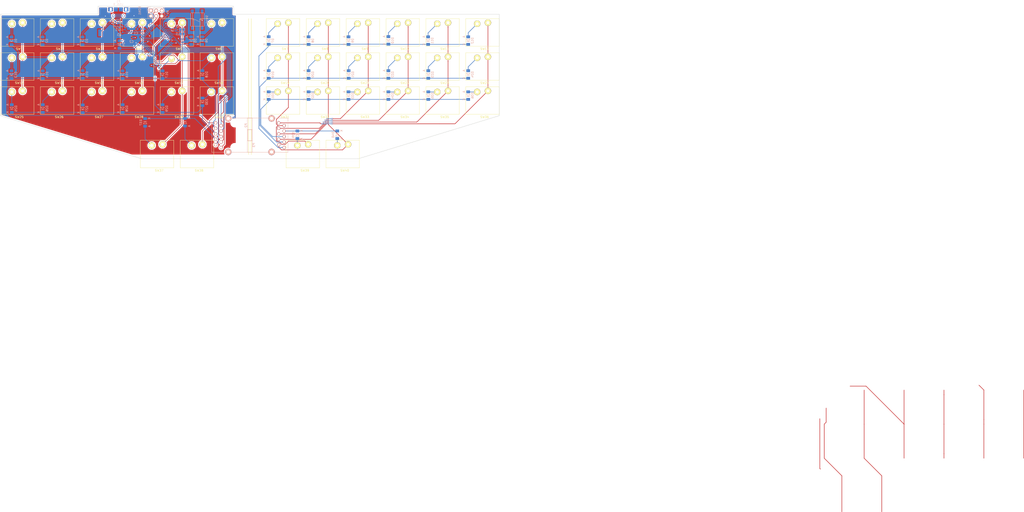
<source format=kicad_pcb>
(kicad_pcb (version 4) (host pcbnew 4.0.5)
  (layers (0 F.Cu signal) (31 B.Cu signal) (34 B.Paste user) (35 F.Paste user) (36 B.SilkS user) (37 F.SilkS user) (38 B.Mask user) (39 F.Mask user) (44 Edge.Cuts user))
  (net 0 "")
  (net 1 GND)
  (net 2 +5V)
  (net 3 "Net-(D1-Pad2)")
  (net 4 /D0)
  (net 5 "Net-(D2-Pad2)")
  (net 6 "Net-(D3-Pad2)")
  (net 7 "Net-(D4-Pad2)")
  (net 8 "Net-(D5-Pad2)")
  (net 9 "Net-(D6-Pad2)")
  (net 10 "Net-(D7-Pad2)")
  (net 11 /D0_RIGHT)
  (net 12 "Net-(D8-Pad2)")
  (net 13 "Net-(D9-Pad2)")
  (net 14 "Net-(D10-Pad2)")
  (net 15 "Net-(D11-Pad2)")
  (net 16 "Net-(D12-Pad2)")
  (net 17 "Net-(D13-Pad2)")
  (net 18 /D1)
  (net 19 "Net-(D14-Pad2)")
  (net 20 "Net-(D15-Pad2)")
  (net 21 "Net-(D16-Pad2)")
  (net 22 "Net-(D17-Pad2)")
  (net 23 "Net-(D18-Pad2)")
  (net 24 "Net-(D19-Pad2)")
  (net 25 /D1_RIGHT)
  (net 26 "Net-(D20-Pad2)")
  (net 27 "Net-(D21-Pad2)")
  (net 28 "Net-(D22-Pad2)")
  (net 29 "Net-(D23-Pad2)")
  (net 30 "Net-(D24-Pad2)")
  (net 31 "Net-(D25-Pad2)")
  (net 32 /D2)
  (net 33 "Net-(D26-Pad2)")
  (net 34 "Net-(D27-Pad2)")
  (net 35 "Net-(D28-Pad2)")
  (net 36 "Net-(D29-Pad2)")
  (net 37 "Net-(D30-Pad2)")
  (net 38 "Net-(D31-Pad2)")
  (net 39 /D2_RIGHT)
  (net 40 "Net-(D32-Pad2)")
  (net 41 "Net-(D33-Pad2)")
  (net 42 "Net-(D34-Pad2)")
  (net 43 "Net-(D35-Pad2)")
  (net 44 "Net-(D36-Pad2)")
  (net 45 "Net-(D37-Pad2)")
  (net 46 /D3)
  (net 47 "Net-(D38-Pad2)")
  (net 48 "Net-(D39-Pad2)")
  (net 49 /D3_RIGHT)
  (net 50 "Net-(D40-Pad2)")
  (net 51 /F0)
  (net 52 /F1)
  (net 53 /F4)
  (net 54 /F5)
  (net 55 /F6)
  (net 56 /F7)
  (net 57 /C7_RIGHT)
  (net 58 /C6_RIGHT)
  (net 59 /B6_RIGHT)
  (net 60 /B5_RIGHT)
  (net 61 /B4_RIGHT)
  (net 62 /D7_RIGHT)
  (net 63 /D7)
  (net 64 /B4)
  (net 65 /B5)
  (net 66 /B6)
  (net 67 /C6)
  (net 68 /C7)
  (net 69 /XTAL1)
  (net 70 /XTAL2)
  (net 71 /MISO)
  (net 72 /SCK)
  (net 73 /MOSI)
  (net 74 /RST)
  (net 75 "Net-(F1-Pad1)")
  (net 76 "Net-(R3-Pad1)")
  (net 77 "Net-(C3-Pad2)")
  (net 78 /D+1)
  (net 79 /D-1)
  (net 80 /D+3)
  (net 81 /D+2)
  (net 82 /D-2)
  (net 83 /D-3)
  (module SOT457_IP4234CZ6 (layer B.Cu) (at 54.25 2.15 90)
    (fp_text reference U1 (at -2.85 0 360) (layer B.SilkS) (effects (font (size 1.2 1.2)) (justify mirror)))
    (fp_text value IP4234CZ6)
    (pad 6 smd rect (at -0.95 1.15 90) (size 0.4 1) (layers B.Cu B.Paste B.Mask) (net 81 /D+2))
    (pad 1 smd rect (at -0.95 -1.15 90) (size 0.4 1) (layers B.Cu B.Paste B.Mask) (net 82 /D-2))
    (pad 5 smd rect (at 0 1.15 90) (size 0.4 1) (layers B.Cu B.Paste B.Mask) (net 2 +5V))
    (pad 2 smd rect (at 0 -1.15 90) (size 0.4 1) (layers B.Cu B.Paste B.Mask) (net 1 GND))
    (pad 4 smd rect (at 0.95 1.15 90) (size 0.4 1) (layers B.Cu B.Paste B.Mask) (net 78 /D+1))
    (pad 3 smd rect (at 0.95 -1.15 90) (size 0.4 1) (layers B.Cu B.Paste B.Mask) (net 79 /D-1))
  )
  (module TSX-3225 (layer B.Cu) (at 85 7.15 90)
    (fp_text reference Y1 (at 0 -3.1 90) (layer B.SilkS) (effects (justify mirror)))
    (fp_text value Crystal_Small)
    (fp_text user "#2" (at 3.8 -2.75 90) (layer B.SilkS) (effects (justify mirror)))
    (pad 4 smd rect (at 0 0 90) (size 1.4 1.15) (layers B.Cu B.Paste B.Mask) (net 1 GND))
    (pad 1 smd rect (at 0 -1.6 90) (size 1.4 1.15) (layers B.Cu B.Paste B.Mask) (net 69 /XTAL1))
    (pad 2 smd rect (at 2.2 -1.6 90) (size 1.4 1.15) (layers B.Cu B.Paste B.Mask) (net 1 GND))
    (pad 3 smd rect (at 2.2 0 90) (size 1.4 1.15) (layers B.Cu B.Paste B.Mask) (net 70 /XTAL2))
  )
  (module SMD_Button_ADTSM6**V (layer B.Cu) (at 91.22 0.46 270)
    (fp_text reference SW41 (at 0 -4.4 270) (layer B.SilkS) (effects (justify mirror)))
    (fp_text value Switch_DPST)
    (pad 1 smd rect (at -3.975 2.25 270) (size 1.55 1.3) (layers B.Cu B.Paste B.Mask) (net 74 /RST))
    (pad 3 smd rect (at -3.975 -2.25 270) (size 1.55 1.3) (layers B.Cu B.Paste B.Mask) (net 1 GND))
    (pad 2 smd rect (at 3.975 2.25 270) (size 1.55 1.3) (layers B.Cu B.Paste B.Mask) (net 74 /RST))
    (pad 4 smd rect (at 3.975 -2.25 270) (size 1.55 1.3) (layers B.Cu B.Paste B.Mask) (net 1 GND))
  )
  (module Capacitors_SMD:C_0603 (layer B.Cu) (at 60.7 8.8)
    (fp_text reference C2 (at 0 1.9) (layer B.SilkS) (effects (justify mirror)))
    (fp_text value 10uF)
    (pad 1 smd rect (at -0.75 0) (size 0.8 0.75) (layers B.Cu B.Paste B.Mask) (net 2 +5V))
    (pad 2 smd rect (at 0.75 0) (size 0.8 0.75) (layers B.Cu B.Paste B.Mask) (net 1 GND))
  )
  (module Buttons_Switches_ThroughHole:SW_Matias_Quiet_With_Mounting_Hole_Frame (layer F.Cu) (at 74 15.8)
    (fp_text reference SW17 (at 8.7 14) (layer F.SilkS))
    (fp_text value SW_PUSH)
    (pad 1 thru_hole oval (at 5.25 2.4) (size 3 3) (drill 1.5 (offset 0 0.5)) (layers *.Cu *.Mask F.SilkS) (net 22 "Net-(D17-Pad2)"))
    (pad 2 thru_hole circle (at 10.25 1.9) (size 3 3) (drill 1.5) (layers *.Cu *.Mask F.SilkS) (net 55 /F6))
  )
  (module Connect:10p10c (layer B.Cu) (at 114.45 62 90)
    (fp_text reference P3 (at 3.4 2.95 90) (layer B.SilkS) (effects (justify mirror)))
    (fp_text value 10p10c_RIGHT)
    (pad 1 thru_hole circle (at 2.235 17.04 90) (size 1.524 1.524) (drill 0.9) (layers *.Cu *.Mask B.SilkS) (net 11 /D0_RIGHT))
    (pad "" thru_hole circle (at 0.175 11.2) (size 3 3) (drill 1.6) (layers *.Cu *.Mask B.SilkS))
    (pad "" np_thru_hole circle (at 2.235 8.15 90) (size 3.2 3.2) (drill 3.2) (layers *.Cu *.Mask))
    (pad "" thru_hole circle (at 15.725 11.2 50) (size 3 3) (drill 1.6) (layers *.Cu *.Mask B.SilkS))
    (pad "" np_thru_hole circle (at 13.665 8.15 90) (size 3.2 3.2) (drill 3.2) (layers *.Cu *.Mask))
    (pad 6 thru_hole circle (at 3.505 14.5 90) (size 1.524 1.524) (drill 0.9) (layers *.Cu *.Mask B.SilkS) (net 58 /C6_RIGHT))
    (pad 2 thru_hole circle (at 4.775 17.04 90) (size 1.524 1.524) (drill 0.9) (layers *.Cu *.Mask B.SilkS) (net 25 /D1_RIGHT))
    (pad 3 thru_hole circle (at 7.315 17.04 90) (size 1.524 1.524) (drill 0.9) (layers *.Cu *.Mask B.SilkS) (net 39 /D2_RIGHT))
    (pad 4 thru_hole circle (at 9.855 17.04 90) (size 1.524 1.524) (drill 0.9) (layers *.Cu *.Mask B.SilkS) (net 49 /D3_RIGHT))
    (pad 5 thru_hole circle (at 12.395 17.04 90) (size 1.524 1.524) (drill 0.9) (layers *.Cu *.Mask B.SilkS) (net 57 /C7_RIGHT))
    (pad 7 thru_hole circle (at 6.045 14.5 90) (size 1.524 1.524) (drill 0.9) (layers *.Cu *.Mask B.SilkS) (net 59 /B6_RIGHT))
    (pad 8 thru_hole circle (at 8.585 14.5 90) (size 1.524 1.524) (drill 0.9) (layers *.Cu *.Mask B.SilkS) (net 60 /B5_RIGHT))
    (pad 9 thru_hole circle (at 11.125 14.5 90) (size 1.524 1.524) (drill 0.9) (layers *.Cu *.Mask B.SilkS) (net 61 /B4_RIGHT))
    (pad 10 thru_hole circle (at 13.665 14.5 90) (size 1.524 1.524) (drill 0.9) (layers *.Cu *.Mask B.SilkS) (net 62 /D7_RIGHT))
  )
  (module Buttons_Switches_ThroughHole:SW_Matias_Quiet_With_Mounting_Hole_Frame (layer F.Cu) (at 123.2 0)
    (fp_text reference SW7 (at 8.7 14) (layer F.SilkS))
    (fp_text value SW_PUSH)
    (pad 1 thru_hole circle (at 5.25 2.4 340) (size 3 3) (drill 1.5) (layers *.Cu *.Mask F.SilkS) (net 10 "Net-(D7-Pad2)"))
    (pad 2 thru_hole circle (at 10.25 1.9) (size 3 3) (drill 1.5) (layers *.Cu *.Mask F.SilkS) (net 57 /C7_RIGHT))
  )
  (module Buttons_Switches_ThroughHole:SW_Matias_Quiet_With_Mounting_Hole_Frame (layer F.Cu) (at 92.5 15.8)
    (fp_text reference SW18 (at 8.7 14) (layer F.SilkS))
    (fp_text value SW_PUSH)
    (pad 1 thru_hole circle (at 5.25 2.4) (size 3 3) (drill 1.5) (layers *.Cu *.Mask F.SilkS) (net 23 "Net-(D18-Pad2)"))
    (pad 2 thru_hole circle (at 10.25 1.9 330) (size 3 3) (drill 1.5) (layers *.Cu *.Mask F.SilkS) (net 56 /F7))
  )
  (module Buttons_Switches_ThroughHole:SW_Matias_Quiet_With_Mounting_Hole_Frame (layer F.Cu) (at 74 0)
    (fp_text reference SW5 (at 8.7 14) (layer F.SilkS))
    (fp_text value SW_PUSH)
    (pad 1 thru_hole circle (at 5.25 2.4) (size 3 3) (drill 1.5) (layers *.Cu *.Mask F.SilkS) (net 8 "Net-(D5-Pad2)"))
    (pad 2 thru_hole circle (at 10.25 1.9) (size 3 3) (drill 1.5) (layers *.Cu *.Mask F.SilkS) (net 55 /F6))
  )
  (module Connect:10p10c (layer B.Cu) (at 116.75 46.1 270)
    (fp_text reference P2 (at 3.4 2.95 270) (layer B.SilkS) (effects (justify mirror)))
    (fp_text value 10p10c_LEFT)
    (pad 1 thru_hole circle (at 2.235 17.04 270) (size 1.524 1.524) (drill 0.9) (layers *.Cu *.Mask B.SilkS) (net 4 /D0))
    (pad "" thru_hole circle (at 0.175 11.2 255) (size 3 3) (drill 1.6) (layers *.Cu *.Mask B.SilkS))
    (pad "" np_thru_hole circle (at 2.235 8.15 270) (size 3.2 3.2) (drill 3.2) (layers *.Cu *.Mask))
    (pad "" thru_hole circle (at 15.725 11.2 90) (size 3 3) (drill 1.6) (layers *.Cu *.Mask B.SilkS))
    (pad "" np_thru_hole circle (at 13.665 8.15 270) (size 3.2 3.2) (drill 3.2) (layers *.Cu *.Mask))
    (pad 6 thru_hole circle (at 3.505 14.5 270) (size 1.524 1.524) (drill 0.9) (layers *.Cu *.Mask B.SilkS) (net 67 /C6))
    (pad 2 thru_hole circle (at 4.775 17.04 270) (size 1.524 1.524) (drill 0.9) (layers *.Cu *.Mask B.SilkS) (net 18 /D1))
    (pad 3 thru_hole circle (at 7.315 17.04 270) (size 1.524 1.524) (drill 0.9) (layers *.Cu *.Mask B.SilkS) (net 32 /D2))
    (pad 4 thru_hole circle (at 9.855 17.04 270) (size 1.524 1.524) (drill 0.9) (layers *.Cu *.Mask B.SilkS) (net 46 /D3))
    (pad 5 thru_hole circle (at 12.395 17.04 270) (size 1.524 1.524) (drill 0.9) (layers *.Cu *.Mask B.SilkS) (net 68 /C7))
    (pad 7 thru_hole circle (at 6.045 14.5 270) (size 1.524 1.524) (drill 0.9) (layers *.Cu *.Mask B.SilkS) (net 66 /B6))
    (pad 8 thru_hole circle (at 8.585 14.5 270) (size 1.524 1.524) (drill 0.9) (layers *.Cu *.Mask B.SilkS) (net 65 /B5))
    (pad 9 thru_hole circle (at 11.125 14.5 270) (size 1.524 1.524) (drill 0.9) (layers *.Cu *.Mask B.SilkS) (net 64 /B4))
    (pad 10 thru_hole circle (at 13.665 14.5 270) (size 1.524 1.524) (drill 0.9) (layers *.Cu *.Mask B.SilkS) (net 63 /D7))
  )
  (module Capacitors_SMD:C_0603 (layer B.Cu) (at 62.75 4.85)
    (fp_text reference C1 (at 0 1.9) (layer B.SilkS) (effects (justify mirror)))
    (fp_text value 0.1uF)
    (pad 1 smd rect (at -0.75 0) (size 0.8 0.75) (layers B.Cu B.Paste B.Mask) (net 2 +5V))
    (pad 2 smd rect (at 0.75 0) (size 0.8 0.75) (layers B.Cu B.Paste B.Mask) (net 1 GND))
  )
  (module Buttons_Switches_ThroughHole:SW_Matias_Quiet_With_Mounting_Hole_Frame (layer F.Cu) (at 64.83333 56.4)
    (fp_text reference SW37 (at 8.7 14) (layer F.SilkS))
    (fp_text value SW_PUSH)
    (pad 1 thru_hole circle (at 5.25 2.4) (size 3 3) (drill 1.5) (layers *.Cu *.Mask F.SilkS) (net 45 "Net-(D37-Pad2)"))
    (pad 2 thru_hole circle (at 10.25 1.9) (size 3 3) (drill 1.5) (layers *.Cu *.Mask F.SilkS) (net 55 /F6))
  )
  (module Buttons_Switches_ThroughHole:SW_Matias_Quiet_With_Mounting_Hole_Frame (layer F.Cu) (at 37 0)
    (fp_text reference SW3 (at 8.7 14) (layer F.SilkS))
    (fp_text value SW_PUSH)
    (pad 1 thru_hole circle (at 5.25 2.4) (size 3 3) (drill 1.5) (layers *.Cu *.Mask F.SilkS) (net 6 "Net-(D3-Pad2)"))
    (pad 2 thru_hole circle (at 10.25 1.9) (size 3 3) (drill 1.5) (layers *.Cu *.Mask F.SilkS) (net 53 /F4))
  )
  (module Buttons_Switches_ThroughHole:SW_Matias_Quiet_With_Mounting_Hole_Frame (layer F.Cu) (at 92.5 0)
    (fp_text reference SW6 (at 8.7 14) (layer F.SilkS))
    (fp_text value SW_PUSH)
    (pad 1 thru_hole circle (at 5.25 2.4) (size 3 3) (drill 1.5) (layers *.Cu *.Mask F.SilkS) (net 9 "Net-(D6-Pad2)"))
    (pad 2 thru_hole circle (at 10.25 1.9) (size 3 3) (drill 1.5) (layers *.Cu *.Mask F.SilkS) (net 56 /F7))
  )
  (module Pin_Headers:Pin_Header_Straight_2x03 (layer B.Cu) (at 69.64 -3.71 270)
    (fp_text reference CON1 (at 0 5.1 270) (layer B.SilkS) (effects (justify mirror)))
    (fp_text value AVR-ISP-6)
    (pad 1 thru_hole rect (at 0 0 270) (size 1.7272 1.7272) (drill 1.016) (layers *.Cu *.Mask B.SilkS) (net 71 /MISO))
    (pad 2 thru_hole oval (at 2.54 0 270) (size 1.7272 1.7272) (drill 1.016) (layers *.Cu *.Mask B.SilkS) (net 2 +5V))
    (pad 3 thru_hole oval (at 0 -2.54 270) (size 1.7272 1.7272) (drill 1.016) (layers *.Cu *.Mask B.SilkS) (net 72 /SCK))
    (pad 4 thru_hole oval (at 2.54 -2.54 270) (size 1.7272 1.7272) (drill 1.016) (layers *.Cu *.Mask B.SilkS) (net 73 /MOSI))
    (pad 5 thru_hole oval (at 0 -5.08 270) (size 1.7272 1.7272) (drill 1.016) (layers *.Cu *.Mask B.SilkS) (net 74 /RST))
    (pad 6 thru_hole oval (at 2.54 -5.08 270) (size 1.7272 1.7272) (drill 1.016) (layers *.Cu *.Mask B.SilkS) (net 1 GND))
  )
  (module Capacitors_SMD:C_0603 (layer B.Cu) (at 65.84 4.85)
    (fp_text reference C3 (at 0 1.9) (layer B.SilkS) (effects (justify mirror)))
    (fp_text value 1uF)
    (pad 1 smd rect (at -0.75 0) (size 0.8 0.75) (layers B.Cu B.Paste B.Mask) (net 1 GND))
    (pad 2 smd rect (at 0.75 0) (size 0.8 0.75) (layers B.Cu B.Paste B.Mask) (net 77 "Net-(C3-Pad2)"))
  )
  (module Diodes_SMD:MiniMELF_Standard (layer B.Cu) (at 5.1 10.3 90)
    (fp_text reference D1 (at 0 1.95 90) (layer B.SilkS) (effects (justify mirror)))
    (fp_text value D)
    (fp_text user K (at -1.8 -1.95 90) (layer B.SilkS) (effects (justify mirror)))
    (fp_text user A (at 1.8 -1.95 90) (layer B.SilkS) (effects (justify mirror)))
    (pad 1 smd rect (at -1.75006 0 90) (size 1.30048 1.69926) (layers B.Cu B.Paste B.Mask) (net 4 /D0))
    (pad 2 smd rect (at 1.75006 0 90) (size 1.30048 1.69926) (layers B.Cu B.Paste B.Mask) (net 3 "Net-(D1-Pad2)"))
  )
  (module Diodes_SMD:MiniMELF_Standard (layer B.Cu) (at 19.5 10.3 90)
    (fp_text reference D2 (at 0 1.95 90) (layer B.SilkS) (effects (justify mirror)))
    (fp_text value D)
    (fp_text user K (at -1.8 -1.95 90) (layer B.SilkS) (effects (justify mirror)))
    (fp_text user A (at 1.8 -1.95 90) (layer B.SilkS) (effects (justify mirror)))
    (pad 1 smd rect (at -1.75006 0 90) (size 1.30048 1.69926) (layers B.Cu B.Paste B.Mask) (net 4 /D0))
    (pad 2 smd rect (at 1.75006 0 90) (size 1.30048 1.69926) (layers B.Cu B.Paste B.Mask) (net 5 "Net-(D2-Pad2)"))
  )
  (module Diodes_SMD:MiniMELF_Standard (layer B.Cu) (at 38 10.3 90)
    (fp_text reference D3 (at 0 1.95 90) (layer B.SilkS) (effects (justify mirror)))
    (fp_text value D)
    (fp_text user K (at -1.8 -1.95 90) (layer B.SilkS) (effects (justify mirror)))
    (fp_text user A (at 1.8 -1.95 90) (layer B.SilkS) (effects (justify mirror)))
    (pad 1 smd rect (at -1.75006 0 90) (size 1.30048 1.69926) (layers B.Cu B.Paste B.Mask) (net 4 /D0))
    (pad 2 smd rect (at 1.75006 0 90) (size 1.30048 1.69926) (layers B.Cu B.Paste B.Mask) (net 6 "Net-(D3-Pad2)"))
  )
  (module Diodes_SMD:MiniMELF_Standard (layer B.Cu) (at 55.1 12 90)
    (fp_text reference D4 (at 0 1.95 90) (layer B.SilkS) (effects (justify mirror)))
    (fp_text value D)
    (fp_text user K (at -1.8 -1.95 90) (layer B.SilkS) (effects (justify mirror)))
    (fp_text user A (at 1.8 -1.95 90) (layer B.SilkS) (effects (justify mirror)))
    (pad 1 smd rect (at -1.75006 0 90) (size 1.30048 1.69926) (layers B.Cu B.Paste B.Mask) (net 4 /D0))
    (pad 2 smd rect (at 1.75006 0 90) (size 1.30048 1.69926) (layers B.Cu B.Paste B.Mask) (net 7 "Net-(D4-Pad2)"))
  )
  (module Diodes_SMD:MiniMELF_Standard (layer B.Cu) (at 88.4 10.2 90)
    (fp_text reference D5 (at 0 1.95 90) (layer B.SilkS) (effects (justify mirror)))
    (fp_text value D)
    (fp_text user K (at -1.8 -1.95 90) (layer B.SilkS) (effects (justify mirror)))
    (fp_text user A (at 1.8 -1.95 90) (layer B.SilkS) (effects (justify mirror)))
    (pad 1 smd rect (at -1.75006 0 90) (size 1.30048 1.69926) (layers B.Cu B.Paste B.Mask) (net 4 /D0))
    (pad 2 smd rect (at 1.75006 0 90) (size 1.30048 1.69926) (layers B.Cu B.Paste B.Mask) (net 8 "Net-(D5-Pad2)"))
  )
  (module Diodes_SMD:MiniMELF_Standard (layer B.Cu) (at 93.5 10.2 90)
    (fp_text reference D6 (at 0 1.95 90) (layer B.SilkS) (effects (justify mirror)))
    (fp_text value D)
    (fp_text user K (at -1.8 -1.95 90) (layer B.SilkS) (effects (justify mirror)))
    (fp_text user A (at 1.8 -1.95 90) (layer B.SilkS) (effects (justify mirror)))
    (pad 1 smd rect (at -1.75006 0 90) (size 1.30048 1.69926) (layers B.Cu B.Paste B.Mask) (net 4 /D0))
    (pad 2 smd rect (at 1.75006 0 90) (size 1.30048 1.69926) (layers B.Cu B.Paste B.Mask) (net 9 "Net-(D6-Pad2)"))
  )
  (module Diodes_SMD:MiniMELF_Standard (layer B.Cu) (at 124.3 10.14994 90)
    (fp_text reference D7 (at 0 1.95 90) (layer B.SilkS) (effects (justify mirror)))
    (fp_text value D)
    (fp_text user K (at -1.8 -1.95 90) (layer B.SilkS) (effects (justify mirror)))
    (fp_text user A (at 1.8 -1.95 90) (layer B.SilkS) (effects (justify mirror)))
    (pad 1 smd rect (at -1.75006 0 90) (size 1.30048 1.69926) (layers B.Cu B.Paste B.Mask) (net 11 /D0_RIGHT))
    (pad 2 smd rect (at 1.75006 0 90) (size 1.30048 1.69926) (layers B.Cu B.Paste B.Mask) (net 10 "Net-(D7-Pad2)"))
  )
  (module Diodes_SMD:MiniMELF_Standard (layer B.Cu) (at 142.8 10.2 90)
    (fp_text reference D8 (at 0 1.95 90) (layer B.SilkS) (effects (justify mirror)))
    (fp_text value D)
    (fp_text user K (at -1.8 -1.95 90) (layer B.SilkS) (effects (justify mirror)))
    (fp_text user A (at 1.8 -1.95 90) (layer B.SilkS) (effects (justify mirror)))
    (pad 1 smd rect (at -1.75006 0 90) (size 1.30048 1.69926) (layers B.Cu B.Paste B.Mask) (net 11 /D0_RIGHT))
    (pad 2 smd rect (at 1.75006 0 90) (size 1.30048 1.69926) (layers B.Cu B.Paste B.Mask) (net 12 "Net-(D8-Pad2)"))
  )
  (module Diodes_SMD:MiniMELF_Standard (layer B.Cu) (at 161.3 10.2 90)
    (fp_text reference D9 (at 0 1.95 90) (layer B.SilkS) (effects (justify mirror)))
    (fp_text value D)
    (fp_text user K (at -1.8 -1.95 90) (layer B.SilkS) (effects (justify mirror)))
    (fp_text user A (at 1.8 -1.95 90) (layer B.SilkS) (effects (justify mirror)))
    (pad 1 smd rect (at -1.75006 0 90) (size 1.30048 1.69926) (layers B.Cu B.Paste B.Mask) (net 11 /D0_RIGHT))
    (pad 2 smd rect (at 1.75006 0 90) (size 1.30048 1.69926) (layers B.Cu B.Paste B.Mask) (net 13 "Net-(D9-Pad2)"))
  )
  (module Diodes_SMD:MiniMELF_Standard (layer B.Cu) (at 179.8 10.1 90)
    (fp_text reference D10 (at 0 1.95 90) (layer B.SilkS) (effects (justify mirror)))
    (fp_text value D)
    (fp_text user K (at -1.8 -1.95 90) (layer B.SilkS) (effects (justify mirror)))
    (fp_text user A (at 1.8 -1.95 90) (layer B.SilkS) (effects (justify mirror)))
    (pad 1 smd rect (at -1.75006 0 90) (size 1.30048 1.69926) (layers B.Cu B.Paste B.Mask) (net 11 /D0_RIGHT))
    (pad 2 smd rect (at 1.75006 0 90) (size 1.30048 1.69926) (layers B.Cu B.Paste B.Mask) (net 14 "Net-(D10-Pad2)"))
  )
  (module Diodes_SMD:MiniMELF_Standard (layer B.Cu) (at 198.2 10.2 90)
    (fp_text reference D11 (at 0 1.95 90) (layer B.SilkS) (effects (justify mirror)))
    (fp_text value D)
    (fp_text user K (at -1.8 -1.95 90) (layer B.SilkS) (effects (justify mirror)))
    (fp_text user A (at 1.8 -1.95 90) (layer B.SilkS) (effects (justify mirror)))
    (pad 1 smd rect (at -1.75006 0 90) (size 1.30048 1.69926) (layers B.Cu B.Paste B.Mask) (net 11 /D0_RIGHT))
    (pad 2 smd rect (at 1.75006 0 90) (size 1.30048 1.69926) (layers B.Cu B.Paste B.Mask) (net 15 "Net-(D11-Pad2)"))
  )
  (module Diodes_SMD:MiniMELF_Standard (layer B.Cu) (at 216.8 10.2 90)
    (fp_text reference D12 (at 0 1.95 90) (layer B.SilkS) (effects (justify mirror)))
    (fp_text value D)
    (fp_text user K (at -1.8 -1.95 90) (layer B.SilkS) (effects (justify mirror)))
    (fp_text user A (at 1.8 -1.95 90) (layer B.SilkS) (effects (justify mirror)))
    (pad 1 smd rect (at -1.75006 0 90) (size 1.30048 1.69926) (layers B.Cu B.Paste B.Mask) (net 11 /D0_RIGHT))
    (pad 2 smd rect (at 1.75006 0 90) (size 1.30048 1.69926) (layers B.Cu B.Paste B.Mask) (net 16 "Net-(D12-Pad2)"))
  )
  (module Diodes_SMD:MiniMELF_Standard (layer B.Cu) (at 5.1 26 90)
    (fp_text reference D13 (at 0 1.95 90) (layer B.SilkS) (effects (justify mirror)))
    (fp_text value D)
    (fp_text user K (at -1.8 -1.95 90) (layer B.SilkS) (effects (justify mirror)))
    (fp_text user A (at 1.8 -1.95 90) (layer B.SilkS) (effects (justify mirror)))
    (pad 1 smd rect (at -1.75006 0 90) (size 1.30048 1.69926) (layers B.Cu B.Paste B.Mask) (net 18 /D1))
    (pad 2 smd rect (at 1.75006 0 90) (size 1.30048 1.69926) (layers B.Cu B.Paste B.Mask) (net 17 "Net-(D13-Pad2)"))
  )
  (module Diodes_SMD:MiniMELF_Standard (layer B.Cu) (at 19.6 26 90)
    (fp_text reference D14 (at 0 1.95 90) (layer B.SilkS) (effects (justify mirror)))
    (fp_text value D)
    (fp_text user K (at -1.8 -1.95 90) (layer B.SilkS) (effects (justify mirror)))
    (fp_text user A (at 1.8 -1.95 90) (layer B.SilkS) (effects (justify mirror)))
    (pad 1 smd rect (at -1.75006 0 90) (size 1.30048 1.69926) (layers B.Cu B.Paste B.Mask) (net 18 /D1))
    (pad 2 smd rect (at 1.75006 0 90) (size 1.30048 1.69926) (layers B.Cu B.Paste B.Mask) (net 19 "Net-(D14-Pad2)"))
  )
  (module Diodes_SMD:MiniMELF_Standard (layer B.Cu) (at 38.1 25.9 90)
    (fp_text reference D15 (at 0 1.95 90) (layer B.SilkS) (effects (justify mirror)))
    (fp_text value D)
    (fp_text user K (at -1.8 -1.95 90) (layer B.SilkS) (effects (justify mirror)))
    (fp_text user A (at 1.8 -1.95 90) (layer B.SilkS) (effects (justify mirror)))
    (pad 1 smd rect (at -1.75006 0 90) (size 1.30048 1.69926) (layers B.Cu B.Paste B.Mask) (net 18 /D1))
    (pad 2 smd rect (at 1.75006 0 90) (size 1.30048 1.69926) (layers B.Cu B.Paste B.Mask) (net 20 "Net-(D15-Pad2)"))
  )
  (module Diodes_SMD:MiniMELF_Standard (layer B.Cu) (at 56.6 26 90)
    (fp_text reference D16 (at 0 1.95 90) (layer B.SilkS) (effects (justify mirror)))
    (fp_text value D)
    (fp_text user K (at -1.8 -1.95 90) (layer B.SilkS) (effects (justify mirror)))
    (fp_text user A (at 1.8 -1.95 90) (layer B.SilkS) (effects (justify mirror)))
    (pad 1 smd rect (at -1.75006 0 90) (size 1.30048 1.69926) (layers B.Cu B.Paste B.Mask) (net 18 /D1))
    (pad 2 smd rect (at 1.75006 0 90) (size 1.30048 1.69926) (layers B.Cu B.Paste B.Mask) (net 21 "Net-(D16-Pad2)"))
  )
  (module Diodes_SMD:MiniMELF_Standard (layer B.Cu) (at 75.1 26 90)
    (fp_text reference D17 (at 0 1.95 90) (layer B.SilkS) (effects (justify mirror)))
    (fp_text value D)
    (fp_text user K (at -1.8 -1.95 90) (layer B.SilkS) (effects (justify mirror)))
    (fp_text user A (at 1.8 -1.95 90) (layer B.SilkS) (effects (justify mirror)))
    (pad 1 smd rect (at -1.75006 0 90) (size 1.30048 1.69926) (layers B.Cu B.Paste B.Mask) (net 18 /D1))
    (pad 2 smd rect (at 1.75006 0 90) (size 1.30048 1.69926) (layers B.Cu B.Paste B.Mask) (net 22 "Net-(D17-Pad2)"))
  )
  (module Diodes_SMD:MiniMELF_Standard (layer B.Cu) (at 93.6 25.9 90)
    (fp_text reference D18 (at 0 1.95 90) (layer B.SilkS) (effects (justify mirror)))
    (fp_text value D)
    (fp_text user K (at -1.8 -1.95 90) (layer B.SilkS) (effects (justify mirror)))
    (fp_text user A (at 1.8 -1.95 90) (layer B.SilkS) (effects (justify mirror)))
    (pad 1 smd rect (at -1.75006 0 90) (size 1.30048 1.69926) (layers B.Cu B.Paste B.Mask) (net 18 /D1))
    (pad 2 smd rect (at 1.75006 0 90) (size 1.30048 1.69926) (layers B.Cu B.Paste B.Mask) (net 23 "Net-(D18-Pad2)"))
  )
  (module Diodes_SMD:MiniMELF_Standard (layer B.Cu) (at 124.3 25.9 90)
    (fp_text reference D19 (at 0 1.95 90) (layer B.SilkS) (effects (justify mirror)))
    (fp_text value D)
    (fp_text user K (at -1.8 -1.95 90) (layer B.SilkS) (effects (justify mirror)))
    (fp_text user A (at 1.8 -1.95 90) (layer B.SilkS) (effects (justify mirror)))
    (pad 1 smd rect (at -1.75006 0 90) (size 1.30048 1.69926) (layers B.Cu B.Paste B.Mask) (net 25 /D1_RIGHT))
    (pad 2 smd rect (at 1.75006 0 90) (size 1.30048 1.69926) (layers B.Cu B.Paste B.Mask) (net 24 "Net-(D19-Pad2)"))
  )
  (module Diodes_SMD:MiniMELF_Standard (layer B.Cu) (at 142.8 25.9 90)
    (fp_text reference D20 (at 0 1.95 90) (layer B.SilkS) (effects (justify mirror)))
    (fp_text value D)
    (fp_text user K (at -1.8 -1.95 90) (layer B.SilkS) (effects (justify mirror)))
    (fp_text user A (at 1.8 -1.95 90) (layer B.SilkS) (effects (justify mirror)))
    (pad 1 smd rect (at -1.75006 0 90) (size 1.30048 1.69926) (layers B.Cu B.Paste B.Mask) (net 25 /D1_RIGHT))
    (pad 2 smd rect (at 1.75006 0 90) (size 1.30048 1.69926) (layers B.Cu B.Paste B.Mask) (net 26 "Net-(D20-Pad2)"))
  )
  (module Diodes_SMD:MiniMELF_Standard (layer B.Cu) (at 161.38 25.89994 90)
    (fp_text reference D21 (at 0 1.95 90) (layer B.SilkS) (effects (justify mirror)))
    (fp_text value D)
    (fp_text user K (at -1.8 -1.95 90) (layer B.SilkS) (effects (justify mirror)))
    (fp_text user A (at 1.8 -1.95 90) (layer B.SilkS) (effects (justify mirror)))
    (pad 1 smd rect (at -1.75006 0 90) (size 1.30048 1.69926) (layers B.Cu B.Paste B.Mask) (net 25 /D1_RIGHT))
    (pad 2 smd rect (at 1.75006 0 90) (size 1.30048 1.69926) (layers B.Cu B.Paste B.Mask) (net 27 "Net-(D21-Pad2)"))
  )
  (module Diodes_SMD:MiniMELF_Standard (layer B.Cu) (at 179.8 25.9 90)
    (fp_text reference D22 (at 0 1.95 90) (layer B.SilkS) (effects (justify mirror)))
    (fp_text value D)
    (fp_text user K (at -1.8 -1.95 90) (layer B.SilkS) (effects (justify mirror)))
    (fp_text user A (at 1.8 -1.95 90) (layer B.SilkS) (effects (justify mirror)))
    (pad 1 smd rect (at -1.75006 0 90) (size 1.30048 1.69926) (layers B.Cu B.Paste B.Mask) (net 25 /D1_RIGHT))
    (pad 2 smd rect (at 1.75006 0 90) (size 1.30048 1.69926) (layers B.Cu B.Paste B.Mask) (net 28 "Net-(D22-Pad2)"))
  )
  (module Diodes_SMD:MiniMELF_Standard (layer B.Cu) (at 198.3 25.9 90)
    (fp_text reference D23 (at 0 1.95 90) (layer B.SilkS) (effects (justify mirror)))
    (fp_text value D)
    (fp_text user K (at -1.8 -1.95 90) (layer B.SilkS) (effects (justify mirror)))
    (fp_text user A (at 1.8 -1.95 90) (layer B.SilkS) (effects (justify mirror)))
    (pad 1 smd rect (at -1.75006 0 90) (size 1.30048 1.69926) (layers B.Cu B.Paste B.Mask) (net 25 /D1_RIGHT))
    (pad 2 smd rect (at 1.75006 0 90) (size 1.30048 1.69926) (layers B.Cu B.Paste B.Mask) (net 29 "Net-(D23-Pad2)"))
  )
  (module Diodes_SMD:MiniMELF_Standard (layer B.Cu) (at 216.8 25.9 90)
    (fp_text reference D24 (at 0 1.95 90) (layer B.SilkS) (effects (justify mirror)))
    (fp_text value D)
    (fp_text user K (at -1.8 -1.95 90) (layer B.SilkS) (effects (justify mirror)))
    (fp_text user A (at 1.8 -1.95 90) (layer B.SilkS) (effects (justify mirror)))
    (pad 1 smd rect (at -1.75006 0 90) (size 1.30048 1.69926) (layers B.Cu B.Paste B.Mask) (net 25 /D1_RIGHT))
    (pad 2 smd rect (at 1.75006 0 90) (size 1.30048 1.69926) (layers B.Cu B.Paste B.Mask) (net 30 "Net-(D24-Pad2)"))
  )
  (module Diodes_SMD:MiniMELF_Standard (layer B.Cu) (at 5.2 41.7 90)
    (fp_text reference D25 (at 0 1.95 90) (layer B.SilkS) (effects (justify mirror)))
    (fp_text value D)
    (fp_text user K (at -1.8 -1.95 90) (layer B.SilkS) (effects (justify mirror)))
    (fp_text user A (at 1.8 -1.95 90) (layer B.SilkS) (effects (justify mirror)))
    (pad 1 smd rect (at -1.75006 0 90) (size 1.30048 1.69926) (layers B.Cu B.Paste B.Mask) (net 32 /D2))
    (pad 2 smd rect (at 1.75006 0 90) (size 1.30048 1.69926) (layers B.Cu B.Paste B.Mask) (net 31 "Net-(D25-Pad2)"))
  )
  (module Diodes_SMD:MiniMELF_Standard (layer B.Cu) (at 19.6 41.7 90)
    (fp_text reference D26 (at 0 1.95 90) (layer B.SilkS) (effects (justify mirror)))
    (fp_text value D)
    (fp_text user K (at -1.8 -1.95 90) (layer B.SilkS) (effects (justify mirror)))
    (fp_text user A (at 1.8 -1.95 90) (layer B.SilkS) (effects (justify mirror)))
    (pad 1 smd rect (at -1.75006 0 90) (size 1.30048 1.69926) (layers B.Cu B.Paste B.Mask) (net 32 /D2))
    (pad 2 smd rect (at 1.75006 0 90) (size 1.30048 1.69926) (layers B.Cu B.Paste B.Mask) (net 33 "Net-(D26-Pad2)"))
  )
  (module Diodes_SMD:MiniMELF_Standard (layer B.Cu) (at 38.1 41.8 90)
    (fp_text reference D27 (at 0 1.95 90) (layer B.SilkS) (effects (justify mirror)))
    (fp_text value D)
    (fp_text user K (at -1.8 -1.95 90) (layer B.SilkS) (effects (justify mirror)))
    (fp_text user A (at 1.8 -1.95 90) (layer B.SilkS) (effects (justify mirror)))
    (pad 1 smd rect (at -1.75006 0 90) (size 1.30048 1.69926) (layers B.Cu B.Paste B.Mask) (net 32 /D2))
    (pad 2 smd rect (at 1.75006 0 90) (size 1.30048 1.69926) (layers B.Cu B.Paste B.Mask) (net 34 "Net-(D27-Pad2)"))
  )
  (module Diodes_SMD:MiniMELF_Standard (layer B.Cu) (at 56.6 41.7 90)
    (fp_text reference D28 (at 0 1.95 90) (layer B.SilkS) (effects (justify mirror)))
    (fp_text value D)
    (fp_text user K (at -1.8 -1.95 90) (layer B.SilkS) (effects (justify mirror)))
    (fp_text user A (at 1.8 -1.95 90) (layer B.SilkS) (effects (justify mirror)))
    (pad 1 smd rect (at -1.75006 0 90) (size 1.30048 1.69926) (layers B.Cu B.Paste B.Mask) (net 32 /D2))
    (pad 2 smd rect (at 1.75006 0 90) (size 1.30048 1.69926) (layers B.Cu B.Paste B.Mask) (net 35 "Net-(D28-Pad2)"))
  )
  (module Diodes_SMD:MiniMELF_Standard (layer B.Cu) (at 75.1 41.7 90)
    (fp_text reference D29 (at 0 1.95 90) (layer B.SilkS) (effects (justify mirror)))
    (fp_text value D)
    (fp_text user K (at -1.8 -1.95 90) (layer B.SilkS) (effects (justify mirror)))
    (fp_text user A (at 1.8 -1.95 90) (layer B.SilkS) (effects (justify mirror)))
    (pad 1 smd rect (at -1.75006 0 90) (size 1.30048 1.69926) (layers B.Cu B.Paste B.Mask) (net 32 /D2))
    (pad 2 smd rect (at 1.75006 0 90) (size 1.30048 1.69926) (layers B.Cu B.Paste B.Mask) (net 36 "Net-(D29-Pad2)"))
  )
  (module Diodes_SMD:MiniMELF_Standard (layer B.Cu) (at 93.6 38.6 90)
    (fp_text reference D30 (at 0 1.95 90) (layer B.SilkS) (effects (justify mirror)))
    (fp_text value D)
    (fp_text user K (at -1.8 -1.95 90) (layer B.SilkS) (effects (justify mirror)))
    (fp_text user A (at 1.8 -1.95 90) (layer B.SilkS) (effects (justify mirror)))
    (pad 1 smd rect (at -1.75006 0 90) (size 1.30048 1.69926) (layers B.Cu B.Paste B.Mask) (net 32 /D2))
    (pad 2 smd rect (at 1.75006 0 90) (size 1.30048 1.69926) (layers B.Cu B.Paste B.Mask) (net 37 "Net-(D30-Pad2)"))
  )
  (module Diodes_SMD:MiniMELF_Standard (layer B.Cu) (at 124.3 35.7 90)
    (fp_text reference D31 (at 0 1.95 90) (layer B.SilkS) (effects (justify mirror)))
    (fp_text value D)
    (fp_text user K (at -1.8 -1.95 90) (layer B.SilkS) (effects (justify mirror)))
    (fp_text user A (at 1.8 -1.95 90) (layer B.SilkS) (effects (justify mirror)))
    (pad 1 smd rect (at -1.75006 0 90) (size 1.30048 1.69926) (layers B.Cu B.Paste B.Mask) (net 39 /D2_RIGHT))
    (pad 2 smd rect (at 1.75006 0 90) (size 1.30048 1.69926) (layers B.Cu B.Paste B.Mask) (net 38 "Net-(D31-Pad2)"))
  )
  (module Diodes_SMD:MiniMELF_Standard (layer B.Cu) (at 142.8 35.7 90)
    (fp_text reference D32 (at 0 1.95 90) (layer B.SilkS) (effects (justify mirror)))
    (fp_text value D)
    (fp_text user K (at -1.8 -1.95 90) (layer B.SilkS) (effects (justify mirror)))
    (fp_text user A (at 1.8 -1.95 90) (layer B.SilkS) (effects (justify mirror)))
    (pad 1 smd rect (at -1.75006 0 90) (size 1.30048 1.69926) (layers B.Cu B.Paste B.Mask) (net 39 /D2_RIGHT))
    (pad 2 smd rect (at 1.75006 0 90) (size 1.30048 1.69926) (layers B.Cu B.Paste B.Mask) (net 40 "Net-(D32-Pad2)"))
  )
  (module Diodes_SMD:MiniMELF_Standard (layer B.Cu) (at 161.3 35.7 90)
    (fp_text reference D33 (at 0 1.95 90) (layer B.SilkS) (effects (justify mirror)))
    (fp_text value D)
    (fp_text user K (at -1.8 -1.95 90) (layer B.SilkS) (effects (justify mirror)))
    (fp_text user A (at 1.8 -1.95 90) (layer B.SilkS) (effects (justify mirror)))
    (pad 1 smd rect (at -1.75006 0 90) (size 1.30048 1.69926) (layers B.Cu B.Paste B.Mask) (net 39 /D2_RIGHT))
    (pad 2 smd rect (at 1.75006 0 90) (size 1.30048 1.69926) (layers B.Cu B.Paste B.Mask) (net 41 "Net-(D33-Pad2)"))
  )
  (module Diodes_SMD:MiniMELF_Standard (layer B.Cu) (at 179.8 35.7 90)
    (fp_text reference D34 (at 0 1.95 90) (layer B.SilkS) (effects (justify mirror)))
    (fp_text value D)
    (fp_text user K (at -1.8 -1.95 90) (layer B.SilkS) (effects (justify mirror)))
    (fp_text user A (at 1.8 -1.95 90) (layer B.SilkS) (effects (justify mirror)))
    (pad 1 smd rect (at -1.75006 0 90) (size 1.30048 1.69926) (layers B.Cu B.Paste B.Mask) (net 39 /D2_RIGHT))
    (pad 2 smd rect (at 1.75006 0 90) (size 1.30048 1.69926) (layers B.Cu B.Paste B.Mask) (net 42 "Net-(D34-Pad2)"))
  )
  (module Diodes_SMD:MiniMELF_Standard (layer B.Cu) (at 198.3 35.7 90)
    (fp_text reference D35 (at 0 1.95 90) (layer B.SilkS) (effects (justify mirror)))
    (fp_text value D)
    (fp_text user K (at -1.8 -1.95 90) (layer B.SilkS) (effects (justify mirror)))
    (fp_text user A (at 1.8 -1.95 90) (layer B.SilkS) (effects (justify mirror)))
    (pad 1 smd rect (at -1.75006 0 90) (size 1.30048 1.69926) (layers B.Cu B.Paste B.Mask) (net 39 /D2_RIGHT))
    (pad 2 smd rect (at 1.75006 0 90) (size 1.30048 1.69926) (layers B.Cu B.Paste B.Mask) (net 43 "Net-(D35-Pad2)"))
  )
  (module Diodes_SMD:MiniMELF_Standard (layer B.Cu) (at 216.8 35.7 90)
    (fp_text reference D36 (at 0 1.95 90) (layer B.SilkS) (effects (justify mirror)))
    (fp_text value D)
    (fp_text user K (at -1.8 -1.95 90) (layer B.SilkS) (effects (justify mirror)))
    (fp_text user A (at 1.8 -1.95 90) (layer B.SilkS) (effects (justify mirror)))
    (pad 1 smd rect (at -1.75006 0 90) (size 1.30048 1.69926) (layers B.Cu B.Paste B.Mask) (net 39 /D2_RIGHT))
    (pad 2 smd rect (at 1.75006 0 90) (size 1.30048 1.69926) (layers B.Cu B.Paste B.Mask) (net 44 "Net-(D36-Pad2)"))
  )
  (module Diodes_SMD:MiniMELF_Standard (layer B.Cu) (at 67 48.1 270)
    (fp_text reference D37 (at 0 1.95 270) (layer B.SilkS) (effects (justify mirror)))
    (fp_text value D)
    (fp_text user K (at -1.8 -1.95 270) (layer B.SilkS) (effects (justify mirror)))
    (fp_text user A (at 1.8 -1.95 270) (layer B.SilkS) (effects (justify mirror)))
    (pad 1 smd rect (at -1.75006 0 270) (size 1.30048 1.69926) (layers B.Cu B.Paste B.Mask) (net 46 /D3))
    (pad 2 smd rect (at 1.75006 0 270) (size 1.30048 1.69926) (layers B.Cu B.Paste B.Mask) (net 45 "Net-(D37-Pad2)"))
  )
  (module Diodes_SMD:MiniMELF_Standard (layer B.Cu) (at 85.5 48 270)
    (fp_text reference D38 (at 0 1.95 270) (layer B.SilkS) (effects (justify mirror)))
    (fp_text value D)
    (fp_text user K (at -1.8 -1.95 270) (layer B.SilkS) (effects (justify mirror)))
    (fp_text user A (at 1.8 -1.95 270) (layer B.SilkS) (effects (justify mirror)))
    (pad 1 smd rect (at -1.75006 0 270) (size 1.30048 1.69926) (layers B.Cu B.Paste B.Mask) (net 46 /D3))
    (pad 2 smd rect (at 1.75006 0 270) (size 1.30048 1.69926) (layers B.Cu B.Paste B.Mask) (net 47 "Net-(D38-Pad2)"))
  )
  (module Diodes_SMD:MiniMELF_Standard (layer B.Cu) (at 137.62 53.84994 270)
    (fp_text reference D39 (at 0 1.95 270) (layer B.SilkS) (effects (justify mirror)))
    (fp_text value D)
    (fp_text user K (at -1.8 -1.95 270) (layer B.SilkS) (effects (justify mirror)))
    (fp_text user A (at 1.8 -1.95 270) (layer B.SilkS) (effects (justify mirror)))
    (pad 1 smd rect (at -1.75006 0 270) (size 1.30048 1.69926) (layers B.Cu B.Paste B.Mask) (net 49 /D3_RIGHT))
    (pad 2 smd rect (at 1.75006 0 270) (size 1.30048 1.69926) (layers B.Cu B.Paste B.Mask) (net 48 "Net-(D39-Pad2)"))
  )
  (module Diodes_SMD:MiniMELF_Standard (layer B.Cu) (at 156.11 53.84 270)
    (fp_text reference D40 (at 0 1.95 270) (layer B.SilkS) (effects (justify mirror)))
    (fp_text value D)
    (fp_text user K (at -1.8 -1.95 270) (layer B.SilkS) (effects (justify mirror)))
    (fp_text user A (at 1.8 -1.95 270) (layer B.SilkS) (effects (justify mirror)))
    (pad 1 smd rect (at -1.75006 0 270) (size 1.30048 1.69926) (layers B.Cu B.Paste B.Mask) (net 49 /D3_RIGHT))
    (pad 2 smd rect (at 1.75006 0 270) (size 1.30048 1.69926) (layers B.Cu B.Paste B.Mask) (net 50 "Net-(D40-Pad2)"))
  )
  (module Resistors_SMD:R_0603 (layer B.Cu) (at 57.05967 4.44967 135)
    (fp_text reference R1 (at 0 1.9 135) (layer B.SilkS) (effects (justify mirror)))
    (fp_text value 22)
    (pad 1 smd rect (at -0.75 0 135) (size 0.5 0.9) (layers B.Cu B.Paste B.Mask) (net 80 /D+3))
    (pad 2 smd rect (at 0.75 0 135) (size 0.5 0.9) (layers B.Cu B.Paste B.Mask) (net 81 /D+2))
  )
  (module Resistors_SMD:R_0603 (layer B.Cu) (at 55.9 6.01 330)
    (fp_text reference R2 (at 0 1.9 330) (layer B.SilkS) (effects (justify mirror)))
    (fp_text value 22)
    (pad 1 smd rect (at -0.75 0 330) (size 0.5 0.9) (layers B.Cu B.Paste B.Mask) (net 82 /D-2))
    (pad 2 smd rect (at 0.75 0 330) (size 0.5 0.9) (layers B.Cu B.Paste B.Mask) (net 83 /D-3))
  )
  (module Buttons_Switches_ThroughHole:SW_Matias_Quiet_With_Mounting_Hole_Frame (layer F.Cu) (at 0 0)
    (fp_text reference SW1 (at 8.7 14) (layer F.SilkS))
    (fp_text value SW_PUSH)
    (pad 1 thru_hole circle (at 5.25 2.4) (size 3 3) (drill 1.5) (layers *.Cu *.Mask F.SilkS) (net 3 "Net-(D1-Pad2)"))
    (pad 2 thru_hole circle (at 10.25 1.9) (size 3 3) (drill 1.5) (layers *.Cu *.Mask F.SilkS) (net 51 /F0))
  )
  (module Buttons_Switches_ThroughHole:SW_Matias_Quiet_With_Mounting_Hole_Frame (layer F.Cu) (at 150.866667 56.4)
    (fp_text reference SW40 (at 8.7 14) (layer F.SilkS))
    (fp_text value SW_PUSH)
    (pad 1 thru_hole circle (at 5.25 2.4) (size 3 3) (drill 1.5) (layers *.Cu *.Mask F.SilkS) (net 50 "Net-(D40-Pad2)"))
    (pad 2 thru_hole circle (at 10.25 1.9) (size 3 3) (drill 1.5) (layers *.Cu *.Mask F.SilkS) (net 58 /C6_RIGHT))
  )
  (module Buttons_Switches_ThroughHole:SW_Matias_Quiet_With_Mounting_Hole_Frame (layer F.Cu) (at 132.366667 56.4)
    (fp_text reference SW39 (at 8.7 14) (layer F.SilkS))
    (fp_text value SW_PUSH)
    (pad 1 thru_hole circle (at 5.25 2.4) (size 3 3) (drill 1.5) (layers *.Cu *.Mask F.SilkS) (net 48 "Net-(D39-Pad2)"))
    (pad 2 thru_hole circle (at 10.25 1.9) (size 3 3) (drill 1.5) (layers *.Cu *.Mask F.SilkS) (net 57 /C7_RIGHT))
  )
  (module Buttons_Switches_ThroughHole:SW_Matias_Quiet_With_Mounting_Hole_Frame (layer F.Cu) (at 83.33333 56.4)
    (fp_text reference SW38 (at 8.7 14) (layer F.SilkS))
    (fp_text value SW_PUSH)
    (pad 1 thru_hole circle (at 5.25 2.4) (size 3 3) (drill 1.5) (layers *.Cu *.Mask F.SilkS) (net 47 "Net-(D38-Pad2)"))
    (pad 2 thru_hole circle (at 10.25 1.9) (size 3 3) (drill 1.5) (layers *.Cu *.Mask F.SilkS) (net 56 /F7))
  )
  (module Buttons_Switches_ThroughHole:SW_Matias_Quiet_With_Mounting_Hole_Frame (layer F.Cu) (at 215.7 31.6)
    (fp_text reference SW36 (at 8.7 14) (layer F.SilkS))
    (fp_text value SW_PUSH)
    (pad 1 thru_hole circle (at 5.25 2.4) (size 3 3) (drill 1.5) (layers *.Cu *.Mask F.SilkS) (net 44 "Net-(D36-Pad2)"))
    (pad 2 thru_hole circle (at 10.25 1.9) (size 3 3) (drill 1.5) (layers *.Cu *.Mask F.SilkS) (net 62 /D7_RIGHT))
  )
  (module Buttons_Switches_ThroughHole:SW_Matias_Quiet_With_Mounting_Hole_Frame (layer F.Cu) (at 197.2 31.6)
    (fp_text reference SW35 (at 8.7 14) (layer F.SilkS))
    (fp_text value SW_PUSH)
    (pad 1 thru_hole circle (at 5.25 2.4) (size 3 3) (drill 1.5) (layers *.Cu *.Mask F.SilkS) (net 43 "Net-(D35-Pad2)"))
    (pad 2 thru_hole circle (at 10.25 1.9) (size 3 3) (drill 1.5) (layers *.Cu *.Mask F.SilkS) (net 61 /B4_RIGHT))
  )
  (module Buttons_Switches_ThroughHole:SW_Matias_Quiet_With_Mounting_Hole_Frame (layer F.Cu) (at 178.7 31.6)
    (fp_text reference SW34 (at 8.7 14) (layer F.SilkS))
    (fp_text value SW_PUSH)
    (pad 1 thru_hole circle (at 5.25 2.4) (size 3 3) (drill 1.5) (layers *.Cu *.Mask F.SilkS) (net 42 "Net-(D34-Pad2)"))
    (pad 2 thru_hole circle (at 10.25 1.9) (size 3 3) (drill 1.5) (layers *.Cu *.Mask F.SilkS) (net 60 /B5_RIGHT))
  )
  (module Buttons_Switches_ThroughHole:SW_Matias_Quiet_With_Mounting_Hole_Frame (layer F.Cu) (at 160.2 31.6)
    (fp_text reference SW33 (at 8.7 14) (layer F.SilkS))
    (fp_text value SW_PUSH)
    (pad 1 thru_hole circle (at 5.25 2.4) (size 3 3) (drill 1.5) (layers *.Cu *.Mask F.SilkS) (net 41 "Net-(D33-Pad2)"))
    (pad 2 thru_hole circle (at 10.25 1.9) (size 3 3) (drill 1.5) (layers *.Cu *.Mask F.SilkS) (net 59 /B6_RIGHT))
  )
  (module Buttons_Switches_ThroughHole:SW_Matias_Quiet_With_Mounting_Hole_Frame (layer F.Cu) (at 141.7 31.6)
    (fp_text reference SW32 (at 8.7 14) (layer F.SilkS))
    (fp_text value SW_PUSH)
    (pad 1 thru_hole circle (at 5.25 2.4) (size 3 3) (drill 1.5) (layers *.Cu *.Mask F.SilkS) (net 40 "Net-(D32-Pad2)"))
    (pad 2 thru_hole circle (at 10.25 1.9) (size 3 3) (drill 1.5) (layers *.Cu *.Mask F.SilkS) (net 58 /C6_RIGHT))
  )
  (module Buttons_Switches_ThroughHole:SW_Matias_Quiet_With_Mounting_Hole_Frame (layer F.Cu) (at 123.2 31.6)
    (fp_text reference SW31 (at 8.7 14) (layer F.SilkS))
    (fp_text value SW_PUSH)
    (pad 1 thru_hole circle (at 5.25 2.4) (size 3 3) (drill 1.5) (layers *.Cu *.Mask F.SilkS) (net 38 "Net-(D31-Pad2)"))
    (pad 2 thru_hole circle (at 10.25 1.9) (size 3 3) (drill 1.5) (layers *.Cu *.Mask F.SilkS) (net 57 /C7_RIGHT))
  )
  (module Buttons_Switches_ThroughHole:SW_Matias_Quiet_With_Mounting_Hole_Frame (layer F.Cu) (at 92.5 31.6)
    (fp_text reference SW30 (at 8.7 14) (layer F.SilkS))
    (fp_text value SW_PUSH)
    (pad 1 thru_hole circle (at 5.25 2.4) (size 3 3) (drill 1.5) (layers *.Cu *.Mask F.SilkS) (net 37 "Net-(D30-Pad2)"))
    (pad 2 thru_hole circle (at 10.25 1.9) (size 3 3) (drill 1.5) (layers *.Cu *.Mask F.SilkS) (net 56 /F7))
  )
  (module Buttons_Switches_ThroughHole:SW_Matias_Quiet_With_Mounting_Hole_Frame (layer F.Cu) (at 74 31.6)
    (fp_text reference SW29 (at 8.7 14) (layer F.SilkS))
    (fp_text value SW_PUSH)
    (pad 1 thru_hole circle (at 5.25 2.4) (size 3 3) (drill 1.5) (layers *.Cu *.Mask F.SilkS) (net 36 "Net-(D29-Pad2)"))
    (pad 2 thru_hole circle (at 10.25 1.9) (size 3 3) (drill 1.5) (layers *.Cu *.Mask F.SilkS) (net 55 /F6))
  )
  (module Buttons_Switches_ThroughHole:SW_Matias_Quiet_With_Mounting_Hole_Frame (layer F.Cu) (at 55.5 31.6)
    (fp_text reference SW28 (at 8.7 14) (layer F.SilkS))
    (fp_text value SW_PUSH)
    (pad 1 thru_hole circle (at 5.25 2.4) (size 3 3) (drill 1.5) (layers *.Cu *.Mask F.SilkS) (net 35 "Net-(D28-Pad2)"))
    (pad 2 thru_hole circle (at 10.25 1.9) (size 3 3) (drill 1.5) (layers *.Cu *.Mask F.SilkS) (net 54 /F5))
  )
  (module Buttons_Switches_ThroughHole:SW_Matias_Quiet_With_Mounting_Hole_Frame (layer F.Cu) (at 37 31.6)
    (fp_text reference SW27 (at 8.7 14) (layer F.SilkS))
    (fp_text value SW_PUSH)
    (pad 1 thru_hole circle (at 5.25 2.4) (size 3 3) (drill 1.5) (layers *.Cu *.Mask F.SilkS) (net 34 "Net-(D27-Pad2)"))
    (pad 2 thru_hole circle (at 10.25 1.9) (size 3 3) (drill 1.5) (layers *.Cu *.Mask F.SilkS) (net 53 /F4))
  )
  (module Buttons_Switches_ThroughHole:SW_Matias_Quiet_With_Mounting_Hole_Frame (layer F.Cu) (at 18.5 31.6)
    (fp_text reference SW26 (at 8.7 14) (layer F.SilkS))
    (fp_text value SW_PUSH)
    (pad 1 thru_hole circle (at 5.25 2.4) (size 3 3) (drill 1.5) (layers *.Cu *.Mask F.SilkS) (net 33 "Net-(D26-Pad2)"))
    (pad 2 thru_hole circle (at 10.25 1.9) (size 3 3) (drill 1.5) (layers *.Cu *.Mask F.SilkS) (net 52 /F1))
  )
  (module Buttons_Switches_ThroughHole:SW_Matias_Quiet_With_Mounting_Hole_Frame (layer F.Cu) (at 0 31.6)
    (fp_text reference SW25 (at 8.7 14) (layer F.SilkS))
    (fp_text value SW_PUSH)
    (pad 1 thru_hole circle (at 5.25 2.4) (size 3 3) (drill 1.5) (layers *.Cu *.Mask F.SilkS) (net 31 "Net-(D25-Pad2)"))
    (pad 2 thru_hole circle (at 10.25 1.9) (size 3 3) (drill 1.5) (layers *.Cu *.Mask F.SilkS) (net 51 /F0))
  )
  (module Buttons_Switches_ThroughHole:SW_Matias_Quiet_With_Mounting_Hole_Frame (layer F.Cu) (at 215.7 15.8)
    (fp_text reference SW24 (at 8.7 14) (layer F.SilkS))
    (fp_text value SW_PUSH)
    (pad 1 thru_hole circle (at 5.25 2.4) (size 3 3) (drill 1.5) (layers *.Cu *.Mask F.SilkS) (net 30 "Net-(D24-Pad2)"))
    (pad 2 thru_hole circle (at 10.25 1.9) (size 3 3) (drill 1.5) (layers *.Cu *.Mask F.SilkS) (net 62 /D7_RIGHT))
  )
  (module Buttons_Switches_ThroughHole:SW_Matias_Quiet_With_Mounting_Hole_Frame (layer F.Cu) (at 197.2 15.8)
    (fp_text reference SW23 (at 8.7 14) (layer F.SilkS))
    (fp_text value SW_PUSH)
    (pad 1 thru_hole circle (at 5.25 2.4) (size 3 3) (drill 1.5) (layers *.Cu *.Mask F.SilkS) (net 29 "Net-(D23-Pad2)"))
    (pad 2 thru_hole circle (at 10.25 1.9) (size 3 3) (drill 1.5) (layers *.Cu *.Mask F.SilkS) (net 61 /B4_RIGHT))
  )
  (module Buttons_Switches_ThroughHole:SW_Matias_Quiet_With_Mounting_Hole_Frame (layer F.Cu) (at 178.7 15.8)
    (fp_text reference SW22 (at 8.7 14) (layer F.SilkS))
    (fp_text value SW_PUSH)
    (pad 1 thru_hole circle (at 5.25 2.4) (size 3 3) (drill 1.5) (layers *.Cu *.Mask F.SilkS) (net 28 "Net-(D22-Pad2)"))
    (pad 2 thru_hole circle (at 10.25 1.9) (size 3 3) (drill 1.5) (layers *.Cu *.Mask F.SilkS) (net 60 /B5_RIGHT))
  )
  (module Buttons_Switches_ThroughHole:SW_Matias_Quiet_With_Mounting_Hole_Frame (layer F.Cu) (at 160.2 15.8)
    (fp_text reference SW21 (at 8.7 14) (layer F.SilkS))
    (fp_text value SW_PUSH)
    (pad 1 thru_hole circle (at 5.25 2.4) (size 3 3) (drill 1.5) (layers *.Cu *.Mask F.SilkS) (net 27 "Net-(D21-Pad2)"))
    (pad 2 thru_hole circle (at 10.25 1.9) (size 3 3) (drill 1.5) (layers *.Cu *.Mask F.SilkS) (net 59 /B6_RIGHT))
  )
  (module Buttons_Switches_ThroughHole:SW_Matias_Quiet_With_Mounting_Hole_Frame (layer F.Cu) (at 141.7 15.8)
    (fp_text reference SW20 (at 8.7 14) (layer F.SilkS))
    (fp_text value SW_PUSH)
    (pad 1 thru_hole circle (at 5.25 2.4) (size 3 3) (drill 1.5) (layers *.Cu *.Mask F.SilkS) (net 26 "Net-(D20-Pad2)"))
    (pad 2 thru_hole circle (at 10.25 1.9) (size 3 3) (drill 1.5) (layers *.Cu *.Mask F.SilkS) (net 58 /C6_RIGHT))
  )
  (module Buttons_Switches_ThroughHole:SW_Matias_Quiet_With_Mounting_Hole_Frame (layer F.Cu) (at 123.2 15.8)
    (fp_text reference SW19 (at 8.7 14) (layer F.SilkS))
    (fp_text value SW_PUSH)
    (pad 1 thru_hole circle (at 5.25 2.4 30) (size 3 3) (drill 1.5) (layers *.Cu *.Mask F.SilkS) (net 24 "Net-(D19-Pad2)"))
    (pad 2 thru_hole circle (at 10.25 1.9) (size 3 3) (drill 1.5) (layers *.Cu *.Mask F.SilkS) (net 57 /C7_RIGHT))
  )
  (module Buttons_Switches_ThroughHole:SW_Matias_Quiet_With_Mounting_Hole_Frame (layer F.Cu) (at 55.5 15.8)
    (fp_text reference SW16 (at 8.7 14) (layer F.SilkS))
    (fp_text value SW_PUSH)
    (pad 1 thru_hole circle (at 5.25 2.4) (size 3 3) (drill 1.5) (layers *.Cu *.Mask F.SilkS) (net 21 "Net-(D16-Pad2)"))
    (pad 2 thru_hole circle (at 10.25 1.9) (size 3 3) (drill 1.5) (layers *.Cu *.Mask F.SilkS) (net 54 /F5))
  )
  (module Buttons_Switches_ThroughHole:SW_Matias_Quiet_With_Mounting_Hole_Frame (layer F.Cu) (at 37 15.8)
    (fp_text reference SW15 (at 8.7 14) (layer F.SilkS))
    (fp_text value SW_PUSH)
    (pad 1 thru_hole circle (at 5.25 2.4) (size 3 3) (drill 1.5) (layers *.Cu *.Mask F.SilkS) (net 20 "Net-(D15-Pad2)"))
    (pad 2 thru_hole circle (at 10.25 1.9) (size 3 3) (drill 1.5) (layers *.Cu *.Mask F.SilkS) (net 53 /F4))
  )
  (module Buttons_Switches_ThroughHole:SW_Matias_Quiet_With_Mounting_Hole_Frame (layer F.Cu) (at 18.5 15.8)
    (fp_text reference SW14 (at 8.7 14) (layer F.SilkS))
    (fp_text value SW_PUSH)
    (pad 1 thru_hole circle (at 5.25 2.4) (size 3 3) (drill 1.5) (layers *.Cu *.Mask F.SilkS) (net 19 "Net-(D14-Pad2)"))
    (pad 2 thru_hole circle (at 10.25 1.9) (size 3 3) (drill 1.5) (layers *.Cu *.Mask F.SilkS) (net 52 /F1))
  )
  (module Buttons_Switches_ThroughHole:SW_Matias_Quiet_With_Mounting_Hole_Frame (layer F.Cu) (at 0 15.8)
    (fp_text reference SW13 (at 8.7 14) (layer F.SilkS))
    (fp_text value SW_PUSH)
    (pad 1 thru_hole circle (at 5.25 2.4) (size 3 3) (drill 1.5) (layers *.Cu *.Mask F.SilkS) (net 17 "Net-(D13-Pad2)"))
    (pad 2 thru_hole circle (at 10.25 1.9) (size 3 3) (drill 1.5) (layers *.Cu *.Mask F.SilkS) (net 51 /F0))
  )
  (module Buttons_Switches_ThroughHole:SW_Matias_Quiet_With_Mounting_Hole_Frame (layer F.Cu) (at 215.7 0)
    (fp_text reference SW12 (at 8.7 14) (layer F.SilkS))
    (fp_text value SW_PUSH)
    (pad 1 thru_hole circle (at 5.25 2.4) (size 3 3) (drill 1.5) (layers *.Cu *.Mask F.SilkS) (net 16 "Net-(D12-Pad2)"))
    (pad 2 thru_hole circle (at 10.25 1.9) (size 3 3) (drill 1.5) (layers *.Cu *.Mask F.SilkS) (net 62 /D7_RIGHT))
  )
  (module Buttons_Switches_ThroughHole:SW_Matias_Quiet_With_Mounting_Hole_Frame (layer F.Cu) (at 197.2 0)
    (fp_text reference SW11 (at 8.7 14) (layer F.SilkS))
    (fp_text value SW_PUSH)
    (pad 1 thru_hole circle (at 5.25 2.4) (size 3 3) (drill 1.5) (layers *.Cu *.Mask F.SilkS) (net 15 "Net-(D11-Pad2)"))
    (pad 2 thru_hole circle (at 10.25 1.9) (size 3 3) (drill 1.5) (layers *.Cu *.Mask F.SilkS) (net 61 /B4_RIGHT))
  )
  (module Buttons_Switches_ThroughHole:SW_Matias_Quiet_With_Mounting_Hole_Frame (layer F.Cu) (at 178.7 0)
    (fp_text reference SW10 (at 8.7 14) (layer F.SilkS))
    (fp_text value SW_PUSH)
    (pad 1 thru_hole circle (at 5.25 2.4) (size 3 3) (drill 1.5) (layers *.Cu *.Mask F.SilkS) (net 14 "Net-(D10-Pad2)"))
    (pad 2 thru_hole circle (at 10.25 1.9) (size 3 3) (drill 1.5) (layers *.Cu *.Mask F.SilkS) (net 60 /B5_RIGHT))
  )
  (module Buttons_Switches_ThroughHole:SW_Matias_Quiet_With_Mounting_Hole_Frame (layer F.Cu) (at 160.2 0)
    (fp_text reference SW9 (at 8.7 14) (layer F.SilkS))
    (fp_text value SW_PUSH)
    (pad 1 thru_hole circle (at 5.25 2.4) (size 3 3) (drill 1.5) (layers *.Cu *.Mask F.SilkS) (net 13 "Net-(D9-Pad2)"))
    (pad 2 thru_hole circle (at 10.25 1.9) (size 3 3) (drill 1.5) (layers *.Cu *.Mask F.SilkS) (net 59 /B6_RIGHT))
  )
  (module Buttons_Switches_ThroughHole:SW_Matias_Quiet_With_Mounting_Hole_Frame (layer F.Cu) (at 141.7 0)
    (fp_text reference SW8 (at 8.7 14) (layer F.SilkS))
    (fp_text value SW_PUSH)
    (pad 1 thru_hole circle (at 5.25 2.4) (size 3 3) (drill 1.5) (layers *.Cu *.Mask F.SilkS) (net 12 "Net-(D8-Pad2)"))
    (pad 2 thru_hole circle (at 10.25 1.9) (size 3 3) (drill 1.5) (layers *.Cu *.Mask F.SilkS) (net 58 /C6_RIGHT))
  )
  (module Buttons_Switches_ThroughHole:SW_Matias_Quiet_With_Mounting_Hole_Frame (layer F.Cu) (at 55.5 0)
    (fp_text reference SW4 (at 8.7 14) (layer F.SilkS))
    (fp_text value SW_PUSH)
    (pad 1 thru_hole circle (at 5.25 2.4) (size 3 3) (drill 1.5) (layers *.Cu *.Mask F.SilkS) (net 7 "Net-(D4-Pad2)"))
    (pad 2 thru_hole circle (at 10.25 1.9) (size 3 3) (drill 1.5) (layers *.Cu *.Mask F.SilkS) (net 54 /F5))
  )
  (module Buttons_Switches_ThroughHole:SW_Matias_Quiet_With_Mounting_Hole_Frame (layer F.Cu) (at 18.5 0)
    (fp_text reference SW2 (at 8.7 14) (layer F.SilkS))
    (fp_text value SW_PUSH)
    (pad 1 thru_hole circle (at 5.25 2.4) (size 3 3) (drill 1.5) (layers *.Cu *.Mask F.SilkS) (net 5 "Net-(D2-Pad2)"))
    (pad 2 thru_hole circle (at 10.25 1.9) (size 3 3) (drill 1.5) (layers *.Cu *.Mask F.SilkS) (net 52 /F1))
  )
  (module Housings_QFP:TQFP-44_10x10mm_Pitch0.8mm (layer B.Cu) (at 72.4 10.1 315)
    (fp_text reference U2 (at 0 7.45 315) (layer B.SilkS) (effects (justify mirror)))
    (fp_text value ATmega32U4-AU)
    (pad 1 smd rect (at -5.7 4 315) (size 1.5 0.55) (layers B.Cu B.Paste B.Mask))
    (pad 2 smd rect (at -5.7 3.2 315) (size 1.5 0.55) (layers B.Cu B.Paste B.Mask) (net 2 +5V))
    (pad 3 smd rect (at -5.7 2.4 315) (size 1.5 0.55) (layers B.Cu B.Paste B.Mask) (net 83 /D-3))
    (pad 4 smd rect (at -5.7 1.6 315) (size 1.5 0.55) (layers B.Cu B.Paste B.Mask) (net 80 /D+3))
    (pad 5 smd rect (at -5.7 0.8 315) (size 1.5 0.55) (layers B.Cu B.Paste B.Mask) (net 1 GND))
    (pad 6 smd rect (at -5.7 0 315) (size 1.5 0.55) (layers B.Cu B.Paste B.Mask) (net 77 "Net-(C3-Pad2)"))
    (pad 7 smd rect (at -5.7 -0.8 315) (size 1.5 0.55) (layers B.Cu B.Paste B.Mask) (net 2 +5V))
    (pad 8 smd rect (at -5.7 -1.6 315) (size 1.5 0.55) (layers B.Cu B.Paste B.Mask))
    (pad 9 smd rect (at -5.7 -2.4 315) (size 1.5 0.55) (layers B.Cu B.Paste B.Mask) (net 72 /SCK))
    (pad 10 smd rect (at -5.7 -3.2 315) (size 1.5 0.55) (layers B.Cu B.Paste B.Mask) (net 73 /MOSI))
    (pad 11 smd rect (at -5.7 -4 315) (size 1.5 0.55) (layers B.Cu B.Paste B.Mask) (net 71 /MISO))
    (pad 12 smd rect (at -4 -5.7 225) (size 1.5 0.55) (layers B.Cu B.Paste B.Mask))
    (pad 13 smd rect (at -3.2 -5.7 225) (size 1.5 0.55) (layers B.Cu B.Paste B.Mask) (net 74 /RST))
    (pad 14 smd rect (at -2.4 -5.7 225) (size 1.5 0.55) (layers B.Cu B.Paste B.Mask) (net 2 +5V))
    (pad 15 smd rect (at -1.6 -5.7 225) (size 1.5 0.55) (layers B.Cu B.Paste B.Mask) (net 1 GND))
    (pad 16 smd rect (at -0.8 -5.7 225) (size 1.5 0.55) (layers B.Cu B.Paste B.Mask) (net 70 /XTAL2))
    (pad 17 smd rect (at 0 -5.7 225) (size 1.5 0.55) (layers B.Cu B.Paste B.Mask) (net 69 /XTAL1))
    (pad 18 smd rect (at 0.8 -5.7 225) (size 1.5 0.55) (layers B.Cu B.Paste B.Mask) (net 4 /D0))
    (pad 19 smd rect (at 1.6 -5.7 225) (size 1.5 0.55) (layers B.Cu B.Paste B.Mask) (net 18 /D1))
    (pad 20 smd rect (at 2.4 -5.7 225) (size 1.5 0.55) (layers B.Cu B.Paste B.Mask) (net 32 /D2))
    (pad 21 smd rect (at 3.2 -5.7 225) (size 1.5 0.55) (layers B.Cu B.Paste B.Mask) (net 46 /D3))
    (pad 22 smd rect (at 4 -5.7 225) (size 1.5 0.55) (layers B.Cu B.Paste B.Mask))
    (pad 23 smd rect (at 5.7 -4 315) (size 1.5 0.55) (layers B.Cu B.Paste B.Mask) (net 1 GND))
    (pad 24 smd rect (at 5.7 -3.2 315) (size 1.5 0.55) (layers B.Cu B.Paste B.Mask) (net 2 +5V))
    (pad 25 smd rect (at 5.7 -2.4 315) (size 1.5 0.55) (layers B.Cu B.Paste B.Mask))
    (pad 26 smd rect (at 5.7 -1.6 315) (size 1.5 0.55) (layers B.Cu B.Paste B.Mask))
    (pad 27 smd rect (at 5.7 -0.8 315) (size 1.5 0.55) (layers B.Cu B.Paste B.Mask) (net 63 /D7))
    (pad 28 smd rect (at 5.7 0 315) (size 1.5 0.55) (layers B.Cu B.Paste B.Mask) (net 64 /B4))
    (pad 29 smd rect (at 5.7 0.8 315) (size 1.5 0.55) (layers B.Cu B.Paste B.Mask) (net 65 /B5))
    (pad 30 smd rect (at 5.7 1.6 315) (size 1.5 0.55) (layers B.Cu B.Paste B.Mask) (net 66 /B6))
    (pad 31 smd rect (at 5.7 2.4 315) (size 1.5 0.55) (layers B.Cu B.Paste B.Mask) (net 67 /C6))
    (pad 32 smd rect (at 5.7 3.2 315) (size 1.5 0.55) (layers B.Cu B.Paste B.Mask) (net 68 /C7))
    (pad 33 smd rect (at 5.7 4 315) (size 1.5 0.55) (layers B.Cu B.Paste B.Mask) (net 76 "Net-(R3-Pad1)"))
    (pad 34 smd rect (at 4 5.7 225) (size 1.5 0.55) (layers B.Cu B.Paste B.Mask) (net 2 +5V))
    (pad 35 smd rect (at 3.2 5.7 225) (size 1.5 0.55) (layers B.Cu B.Paste B.Mask) (net 1 GND))
    (pad 36 smd rect (at 2.4 5.7 225) (size 1.5 0.55) (layers B.Cu B.Paste B.Mask) (net 56 /F7))
    (pad 37 smd rect (at 1.6 5.7 225) (size 1.5 0.55) (layers B.Cu B.Paste B.Mask) (net 55 /F6))
    (pad 38 smd rect (at 0.8 5.7 225) (size 1.5 0.55) (layers B.Cu B.Paste B.Mask) (net 54 /F5))
    (pad 39 smd rect (at 0 5.7 225) (size 1.5 0.55) (layers B.Cu B.Paste B.Mask) (net 53 /F4))
    (pad 40 smd rect (at -0.8 5.7 225) (size 1.5 0.55) (layers B.Cu B.Paste B.Mask) (net 52 /F1))
    (pad 41 smd rect (at -1.6 5.7 225) (size 1.5 0.55) (layers B.Cu B.Paste B.Mask) (net 51 /F0))
    (pad 42 smd rect (at -2.4 5.7 225) (size 1.5 0.55) (layers B.Cu B.Paste B.Mask))
    (pad 43 smd rect (at -3.2 5.7 225) (size 1.5 0.55) (layers B.Cu B.Paste B.Mask) (net 1 GND))
    (pad 44 smd rect (at -4 5.7 225) (size 1.5 0.55) (layers B.Cu B.Paste B.Mask) (net 2 +5V))
  )
  (module Resistors_SMD:R_0603 (layer B.Cu) (at 71.7 21.7 180)
    (fp_text reference R3 (at 0 1.9 180) (layer B.SilkS) (effects (justify mirror)))
    (fp_text value 10K)
    (pad 1 smd rect (at -0.75 0 180) (size 0.5 0.9) (layers B.Cu B.Paste B.Mask) (net 76 "Net-(R3-Pad1)"))
    (pad 2 smd rect (at 0.75 0 180) (size 0.5 0.9) (layers B.Cu B.Paste B.Mask) (net 1 GND))
  )
  (module Capacitors_SMD:C_0402 (layer B.Cu) (at 84.25 9.45)
    (fp_text reference C4 (at 0 1.7) (layer B.SilkS) (effects (justify mirror)))
    (fp_text value 10pF)
    (pad 1 smd rect (at -0.55 0) (size 0.6 0.5) (layers B.Cu B.Paste B.Mask) (net 69 /XTAL1))
    (pad 2 smd rect (at 0.55 0) (size 0.6 0.5) (layers B.Cu B.Paste B.Mask) (net 1 GND))
  )
  (module Capacitors_SMD:C_0402 (layer B.Cu) (at 81.35 5.15 270)
    (fp_text reference C5 (at 0 1.7 270) (layer B.SilkS) (effects (justify mirror)))
    (fp_text value 10pF)
    (pad 1 smd rect (at -0.55 0 270) (size 0.6 0.5) (layers B.Cu B.Paste B.Mask) (net 1 GND))
    (pad 2 smd rect (at 0.55 0 270) (size 0.6 0.5) (layers B.Cu B.Paste B.Mask) (net 70 /XTAL2))
  )
  (module Fuse_Holders_and_Fuses:Fuse_MF-MSMF050-2 (layer B.Cu) (at 48.1 6.6)
    (fp_text reference F1 (at 0 -3.1) (layer B.SilkS) (effects (justify mirror)))
    (fp_text value FUSE)
    (pad 1 smd rect (at -2.1 0) (size 1.5 3.2) (layers B.Cu B.Paste B.Mask) (net 75 "Net-(F1-Pad1)"))
    (pad 2 smd rect (at 2.1 0) (size 1.5 3.2) (layers B.Cu B.Paste B.Mask) (net 2 +5V))
  )
  (module Resistors_SMD:R_0603 (layer B.Cu) (at 77.26 -0.66 270)
    (fp_text reference R4 (at -2.29 -0.24 270) (layer B.SilkS) (effects (justify mirror)))
    (fp_text value 10K)
    (pad 1 smd rect (at -0.75 0 270) (size 0.5 0.9) (layers B.Cu B.Paste B.Mask) (net 74 /RST))
    (pad 2 smd rect (at 0.75 0 270) (size 0.5 0.9) (layers B.Cu B.Paste B.Mask) (net 2 +5V))
  )
  (module Connectors:HRS_ZX62D-B-5P8 (layer B.Cu) (at 54.61 -5.7)
    (fp_text reference P1 (at 0 -2.25) (layer B.SilkS) (effects (font (thickness 0.05)) (justify mirror)))
    (fp_text value USB_B (at 0 -0.9) (layer B.SilkS) (effects (font (thickness 0.05)) (justify mirror)))
    (pad 3 smd rect (at 0 4.125) (size 0.4 1.35) (layers B.Cu B.Paste B.Mask) (net 78 /D+1))
    (pad 2 smd rect (at -0.65 4.125) (size 0.4 1.35) (layers B.Cu B.Paste B.Mask) (net 79 /D-1))
    (pad 4 smd rect (at 0.65 4.125) (size 0.4 1.35) (layers B.Cu B.Paste B.Mask) (net 1 GND))
    (pad 1 smd rect (at -1.3 4.125) (size 0.4 1.35) (layers B.Cu B.Paste B.Mask) (net 75 "Net-(F1-Pad1)"))
    (pad 5 smd rect (at 1.3 4.125) (size 0.4 1.35) (layers B.Cu B.Paste B.Mask) (net 1 GND))
    (pad P4 smd rect (at -1.15 1.45) (size 1.8 1.9) (layers B.Cu B.Paste B.Mask))
    (pad P5 smd rect (at 1.15 1.45) (size 1.8 1.9) (layers B.Cu B.Paste B.Mask))
    (pad "" thru_hole oval (at -2.425 4.45) (size 1.05 1.25) (drill oval 0.65 0.85) (layers *.Cu *.Mask))
    (pad "" thru_hole oval (at 2.425 4.45) (size 1.05 1.25) (drill oval 0.65 0.85) (layers *.Cu *.Mask))
    (pad "" thru_hole rect (at -3.5125 1.45) (size 2.1 1.9) (drill oval 0.825 1.5 (offset -0.1375 0)) (layers *.Cu *.Mask))
    (pad "" thru_hole rect (at 3.5125 1.45) (size 2.1 1.9) (drill oval 0.825 1.5 (offset 0.1375 0)) (layers *.Cu *.Mask))
  )
  (gr_line (start 45.2 -2) (end 0 -2) (layer Edge.Cuts) (width 0.15))
  (gr_line (start 108 -5.7) (end 108 -2) (layer Edge.Cuts) (width 0.15))
  (gr_line (start 45.2 -5.7) (end 108 -5.7) (layer Edge.Cuts) (width 0.15))
  (gr_line (start 45.2 -2) (end 45.2 -5.7) (layer Edge.Cuts) (width 0.15))
  (gr_line (start 116.2 0) (end 116.2 63) (layer F.SilkS) (width 0.2))
  (gr_line (start 115 0) (end 115 63) (layer F.SilkS) (width 0.2))
  (gr_line (start 231.2 45) (end 231.2 -2) (layer Edge.Cuts) (width 0.15))
  (gr_line (start 165.7 65) (end 231.2 45) (layer Edge.Cuts) (width 0.15))
  (gr_line (start 65.5 65) (end 165.7 65) (layer Edge.Cuts) (width 0.15))
  (gr_line (start 100.5 45) (end 108 45) (layer Edge.Cuts) (width 0.15))
  (gr_line (start 0 45) (end 65.5 65) (layer Edge.Cuts) (width 0.15))
  (gr_line (start 0 -2) (end 0 45) (layer Edge.Cuts) (width 0.15))
  (gr_line (start 108 -2) (end 231.2 -2) (layer Edge.Cuts) (width 0.15))
  (segment (start 380.1 208.85) (end 379.800001 208.550001) (width 0.25) (layer F.Cu) (net 0))
  (segment (start 379.800001 208.550001) (end 379.800001 185.478763) (width 0.25) (layer F.Cu) (net 0))
  (segment (start 390.016667 211.966667) (end 390.016667 228.6) (width 0.25) (layer F.Cu) (net 0))
  (segment (start 382.737001 187.112999) (end 382.737001 180.55) (width 0.25) (layer F.Cu) (net 0))
  (segment (start 381.85 188) (end 382.737001 187.112999) (width 0.25) (layer F.Cu) (net 0))
  (segment (start 381.85 203.8) (end 381.85 188) (width 0.25) (layer F.Cu) (net 0))
  (segment (start 390.016667 211.966667) (end 381.85 203.8) (width 0.25) (layer F.Cu) (net 0))
  (segment (start 408.516667 211.966667) (end 408.516667 228.6) (width 0.25) (layer F.Cu) (net 0))
  (segment (start 400.35 188) (end 400.35 172.2) (width 0.25) (layer F.Cu) (net 0))
  (segment (start 400.35 203.8) (end 400.35 188) (width 0.25) (layer F.Cu) (net 0))
  (segment (start 408.516667 211.966667) (end 400.35 203.8) (width 0.25) (layer F.Cu) (net 0))
  (segment (start 418.85 188) (end 401.224999 170.374999) (width 0.25) (layer F.Cu) (net 0))
  (segment (start 401.224999 170.374999) (end 393.825001 170.374999) (width 0.25) (layer F.Cu) (net 0))
  (segment (start 418.85 188) (end 418.85 172.2) (width 0.25) (layer F.Cu) (net 0))
  (segment (start 418.85 203.8) (end 418.85 188) (width 0.25) (layer F.Cu) (net 0))
  (segment (start 437.35 172.2) (end 437.35 174.32132) (width 0.25) (layer F.Cu) (net 0))
  (segment (start 437.35 174.32132) (end 437.35 188) (width 0.25) (layer F.Cu) (net 0))
  (segment (start 437.35 203.8) (end 437.35 201.67868) (width 0.25) (layer F.Cu) (net 0))
  (segment (start 437.35 201.67868) (end 437.35 188) (width 0.25) (layer F.Cu) (net 0))
  (segment (start 455.85 172.2) (end 453.57499 169.92499) (width 0.25) (layer F.Cu) (net 0))
  (segment (start 455.85 188) (end 455.85 185.87868) (width 0.25) (layer F.Cu) (net 0))
  (segment (start 455.85 185.87868) (end 455.85 172.2) (width 0.25) (layer F.Cu) (net 0))
  (segment (start 455.85 203.8) (end 455.85 188) (width 0.25) (layer F.Cu) (net 0))
  (segment (start 474.35 188) (end 474.35 172.2) (width 0.25) (layer F.Cu) (net 0))
  (segment (start 474.35 203.8) (end 474.35 201.67868) (width 0.25) (layer F.Cu) (net 0))
  (segment (start 474.35 201.67868) (end 474.35 188) (width 0.25) (layer F.Cu) (net 0))
  (segment (start 93.47 0.8) (end 93.47 4.435) (width 0.25) (layer B.Cu) (net 1))
  (segment (start 93.47 -2.49) (end 93.47 0.8) (width 0.25) (layer B.Cu) (net 1))
  (via (at 93.47 0.8) (size 0.6) (drill 0.4) (layers F.Cu B.Cu) (net 1))
  (segment (start 93.47 -3.515) (end 93.47 -2.49) (width 0.25) (layer B.Cu) (net 1))
  (segment (start 85 7.15) (end 85 9.25) (width 0.25) (layer B.Cu) (net 1))
  (segment (start 85 9.25) (end 84.8 9.45) (width 0.25) (layer B.Cu) (net 1))
  (segment (start 84.8 9.45) (end 84.75 9.45) (width 0.25) (layer B.Cu) (net 1))
  (segment (start 84.75 9.45) (end 84.174999 10.025001) (width 0.25) (layer B.Cu) (net 1))
  (segment (start 84.174999 10.025001) (end 83.139999 10.025001) (width 0.25) (layer B.Cu) (net 1))
  (segment (start 83.139999 10.025001) (end 82.45 9.335002) (width 0.25) (layer B.Cu) (net 1))
  (segment (start 82.45 9.335002) (end 82.45 9.2) (width 0.25) (layer B.Cu) (net 1))
  (via (at 82.45 9.2) (size 0.6) (drill 0.4) (layers F.Cu B.Cu) (net 1))
  (segment (start 81.35 4.6) (end 81.35 3.75) (width 0.25) (layer B.Cu) (net 1))
  (segment (start 81.35 3.75) (end 81.8 3.3) (width 0.25) (layer B.Cu) (net 1))
  (via (at 81.8 3.3) (size 0.6) (drill 0.4) (layers F.Cu B.Cu) (net 1))
  (segment (start 83.4 4.95) (end 81.7 4.95) (width 0.25) (layer B.Cu) (net 1))
  (segment (start 81.7 4.95) (end 81.35 4.6) (width 0.25) (layer B.Cu) (net 1))
  (segment (start 75.299138 4.93812) (end 76.200953 4.036305) (width 0.25) (layer B.Cu) (net 1))
  (segment (start 76.200953 4.036305) (end 78.185303 4.036305) (width 0.25) (layer B.Cu) (net 1))
  (segment (start 78.185303 4.036305) (end 78.748998 4.6) (width 0.25) (layer B.Cu) (net 1))
  (segment (start 78.748998 4.6) (end 80.85 4.6) (width 0.25) (layer B.Cu) (net 1))
  (segment (start 80.85 4.6) (end 81.35 4.6) (width 0.25) (layer B.Cu) (net 1))
  (segment (start 75.299138 4.93812) (end 76.66 3.577258) (width 0.25) (layer B.Cu) (net 1))
  (segment (start 76.66 3.577258) (end 76.66 2.33) (width 0.25) (layer B.Cu) (net 1))
  (via (at 69.1 8.02) (size 0.6) (drill 0.4) (layers F.Cu B.Cu) (net 1))
  (segment (start 67.803806 6.723806) (end 69.1 8.02) (width 0.25) (layer B.Cu) (net 1))
  (segment (start 55.57 0.08) (end 55.57 -0.344264) (width 0.25) (layer F.Cu) (net 1))
  (segment (start 55.57 -0.344264) (end 55.93 -0.704264) (width 0.25) (layer F.Cu) (net 1))
  (segment (start 55.270001 -0.219999) (end 55.270001 -0.800001) (width 0.25) (layer F.Cu) (net 1))
  (segment (start 55.57 0.08) (end 55.270001 -0.219999) (width 0.25) (layer F.Cu) (net 1))
  (segment (start 55.270001 -0.219999) (end 54.350001 -0.219999) (width 0.25) (layer F.Cu) (net 1))
  (segment (start 55.57 0.66) (end 55.36 0.87) (width 0.25) (layer F.Cu) (net 1))
  (segment (start 55.57 0.504264) (end 55.57 0.66) (width 0.25) (layer F.Cu) (net 1))
  (segment (start 55.57 0.504264) (end 56.515736 0.504264) (width 0.25) (layer F.Cu) (net 1))
  (segment (start 55.57 0.504264) (end 54.604264 0.504264) (width 0.25) (layer F.Cu) (net 1))
  (segment (start 55.57 0.08) (end 55.57 0.504264) (width 0.25) (layer F.Cu) (net 1))
  (segment (start 55.57 0.504264) (end 55.995736 0.93) (width 0.25) (layer F.Cu) (net 1))
  (segment (start 55.57 0.08) (end 54.48 0.08) (width 0.25) (layer F.Cu) (net 1))
  (segment (start 55.994264 0.08) (end 55.57 0.08) (width 0.25) (layer F.Cu) (net 1))
  (segment (start 57.007095 0.08) (end 55.994264 0.08) (width 0.25) (layer F.Cu) (net 1))
  (segment (start 55.91 -1.245) (end 55.91 -0.26) (width 0.25) (layer B.Cu) (net 1))
  (segment (start 55.91 -0.26) (end 55.57 0.08) (width 0.25) (layer B.Cu) (net 1))
  (segment (start 55.26 -1.245) (end 55.26 -0.23) (width 0.25) (layer B.Cu) (net 1))
  (segment (start 55.26 -0.23) (end 55.57 0.08) (width 0.25) (layer B.Cu) (net 1))
  (via (at 55.57 0.08) (size 0.6) (drill 0.4) (layers F.Cu B.Cu) (net 1))
  (segment (start 67.026004 11.266727) (end 66.70779 11.266727) (width 0.25) (layer B.Cu) (net 1))
  (segment (start 66.70779 11.266727) (end 66.10675 11.867767) (width 0.25) (layer B.Cu) (net 1))
  (segment (start 67.302732 10.989999) (end 67.026004 11.266727) (width 0.25) (layer B.Cu) (net 1))
  (segment (start 68.28 10.69) (end 67.980001 10.989999) (width 0.25) (layer B.Cu) (net 1))
  (segment (start 67.980001 10.989999) (end 67.302732 10.989999) (width 0.25) (layer B.Cu) (net 1))
  (segment (start 67.66 10.008293) (end 67.66 10.07) (width 0.25) (layer F.Cu) (net 1))
  (segment (start 67.66 10.07) (end 68.28 10.69) (width 0.25) (layer F.Cu) (net 1))
  (via (at 68.28 10.69) (size 0.6) (drill 0.4) (layers F.Cu B.Cu) (net 1))
  (segment (start 67.66 10.008293) (end 66.780578 9.128871) (width 0.25) (layer F.Cu) (net 1))
  (segment (start 66.780578 9.128871) (end 66.780578 5.859422) (width 0.25) (layer F.Cu) (net 1))
  (segment (start 70.632233 16.39325) (end 71.233273 15.79221) (width 0.25) (layer B.Cu) (net 1))
  (segment (start 71.233273 15.79221) (end 71.233273 15.473996) (width 0.25) (layer B.Cu) (net 1))
  (segment (start 71.233273 15.473996) (end 67.026004 11.266727) (width 0.25) (layer B.Cu) (net 1))
  (segment (start 76.66 2.33) (end 73.130578 5.859422) (width 0.25) (layer F.Cu) (net 1))
  (segment (start 73.130578 5.859422) (end 66.780578 5.859422) (width 0.25) (layer F.Cu) (net 1))
  (segment (start 70.95 21.7) (end 69.91 21.7) (width 0.25) (layer B.Cu) (net 1))
  (segment (start 69.91 21.7) (end 69.9 21.69) (width 0.25) (layer B.Cu) (net 1))
  (via (at 69.9 21.69) (size 0.6) (drill 0.4) (layers F.Cu B.Cu) (net 1))
  (segment (start 61.45 8.8) (end 62.44 8.8) (width 0.25) (layer B.Cu) (net 1))
  (via (at 62.45 8.81) (size 0.6) (drill 0.4) (layers F.Cu B.Cu) (net 1))
  (segment (start 62.44 8.8) (end 62.45 8.81) (width 0.25) (layer B.Cu) (net 1))
  (via (at 76.66 2.33) (size 0.6) (drill 0.4) (layers F.Cu B.Cu) (net 1))
  (segment (start 79.258936 11.302082) (end 81.367918 11.302082) (width 0.25) (layer B.Cu) (net 1))
  (segment (start 81.367918 11.302082) (end 81.37 11.3) (width 0.25) (layer B.Cu) (net 1))
  (via (at 81.37 11.3) (size 0.6) (drill 0.4) (layers F.Cu B.Cu) (net 1))
  (segment (start 70.632233 16.39325) (end 70.632233 16.367767) (width 0.25) (layer B.Cu) (net 1))
  (segment (start 63.5 4.85) (end 63.5 4.57) (width 0.25) (layer B.Cu) (net 1))
  (segment (start 63.5 4.57) (end 64.3 3.77) (width 0.25) (layer B.Cu) (net 1))
  (segment (start 65.09 4.85) (end 65.09 4.56) (width 0.25) (layer B.Cu) (net 1))
  (segment (start 65.09 4.56) (end 64.3 3.77) (width 0.25) (layer B.Cu) (net 1))
  (via (at 64.3 3.77) (size 0.6) (drill 0.4) (layers F.Cu B.Cu) (net 1))
  (segment (start 53.1 2.15) (end 51.61 2.15) (width 0.25) (layer B.Cu) (net 1))
  (segment (start 51.61 2.15) (end 51.6 2.16) (width 0.25) (layer B.Cu) (net 1))
  (via (at 51.6 2.16) (size 0.6) (drill 0.4) (layers F.Cu B.Cu) (net 1))
  (segment (start 71.44 8.38) (end 71.44 8.008629) (width 0.25) (layer B.Cu) (net 2))
  (segment (start 71.44 8.008629) (end 68.935177 5.503806) (width 0.25) (layer B.Cu) (net 2))
  (segment (start 70.886727 8.933273) (end 71.44 8.38) (width 0.25) (layer B.Cu) (net 2))
  (segment (start 67.396727 8.933273) (end 70.886727 8.933273) (width 0.25) (layer B.Cu) (net 2))
  (segment (start 52.5 0.71) (end 50.45 0.71) (width 0.25) (layer F.Cu) (net 2))
  (segment (start 50.45 0.71) (end 48.58 -1.16) (width 0.25) (layer F.Cu) (net 2))
  (via (at 48.58 -1.16) (size 0.6) (drill 0.4) (layers F.Cu B.Cu) (net 2))
  (segment (start 53.57 1.78) (end 52.5 0.71) (width 0.25) (layer F.Cu) (net 2))
  (segment (start 57.16 1.78) (end 53.57 1.78) (width 0.25) (layer F.Cu) (net 2))
  (segment (start 59.24 -0.3) (end 57.16 1.78) (width 0.25) (layer F.Cu) (net 2))
  (segment (start 60.84 -0.3) (end 59.24 -0.3) (width 0.25) (layer F.Cu) (net 2))
  (segment (start 61.88 -1.34) (end 60.84 -0.3) (width 0.25) (layer F.Cu) (net 2))
  (segment (start 62 4.85) (end 62.025 4.85) (width 0.25) (layer B.Cu) (net 2))
  (segment (start 62.025 4.85) (end 62.65 4.225) (width 0.25) (layer B.Cu) (net 2))
  (segment (start 62.65 4.225) (end 62.65 -0.57) (width 0.25) (layer B.Cu) (net 2))
  (segment (start 62.65 -0.57) (end 61.88 -1.34) (width 0.25) (layer B.Cu) (net 2))
  (via (at 61.88 -1.34) (size 0.6) (drill 0.4) (layers F.Cu B.Cu) (net 2))
  (segment (start 74.733452 4.372435) (end 73.001041 6.104846) (width 0.25) (layer B.Cu) (net 2))
  (segment (start 73.001041 6.104846) (end 69.536217 6.104846) (width 0.25) (layer B.Cu) (net 2))
  (segment (start 69.536217 6.104846) (end 68.935177 5.503806) (width 0.25) (layer B.Cu) (net 2))
  (segment (start 71.197918 16.958936) (end 71.197918 16.676109) (width 0.25) (layer B.Cu) (net 2))
  (segment (start 71.683282 16.190745) (end 71.683282 13.16828) (width 0.25) (layer B.Cu) (net 2))
  (segment (start 71.683282 13.16828) (end 68.580001 10.064999) (width 0.25) (layer B.Cu) (net 2))
  (segment (start 71.197918 16.676109) (end 71.683282 16.190745) (width 0.25) (layer B.Cu) (net 2))
  (segment (start 68.580001 10.064999) (end 66.778147 10.064999) (width 0.25) (layer B.Cu) (net 2))
  (segment (start 66.778147 10.064999) (end 66.142104 10.701042) (width 0.25) (layer B.Cu) (net 2))
  (segment (start 66.142104 10.701042) (end 65.541064 11.302082) (width 0.25) (layer B.Cu) (net 2))
  (segment (start 64.29425 12.58425) (end 64.19425 12.58425) (width 0.25) (layer F.Cu) (net 2))
  (segment (start 64.19425 12.58425) (end 62.83 11.22) (width 0.25) (layer F.Cu) (net 2))
  (via (at 62.83 11.22) (size 0.6) (drill 0.4) (layers F.Cu B.Cu) (net 2))
  (segment (start 65.541064 11.302082) (end 65.541064 11.337436) (width 0.25) (layer B.Cu) (net 2))
  (segment (start 65.541064 11.337436) (end 64.29425 12.58425) (width 0.25) (layer B.Cu) (net 2))
  (via (at 64.29425 12.58425) (size 0.6) (drill 0.4) (layers F.Cu B.Cu) (net 2))
  (segment (start 69.536217 6.753783) (end 69.536217 6.104846) (width 0.25) (layer B.Cu) (net 2))
  (segment (start 77.41 10.13) (end 77.709999 9.830001) (width 0.25) (layer F.Cu) (net 2))
  (segment (start 77.709999 9.830001) (end 77.709999 8.704997) (width 0.25) (layer F.Cu) (net 2))
  (segment (start 77.709999 8.704997) (end 76.185002 7.18) (width 0.25) (layer F.Cu) (net 2))
  (segment (start 76.185002 7.18) (end 75.12 7.18) (width 0.25) (layer F.Cu) (net 2))
  (via (at 75.12 7.18) (size 0.6) (drill 0.4) (layers F.Cu B.Cu) (net 2))
  (segment (start 77.71 10.89) (end 77.71 10.43) (width 0.25) (layer B.Cu) (net 2))
  (segment (start 77.71 10.43) (end 77.41 10.13) (width 0.25) (layer B.Cu) (net 2))
  (via (at 77.41 10.13) (size 0.6) (drill 0.4) (layers F.Cu B.Cu) (net 2))
  (segment (start 63.09 16.67) (end 63.09 13.84) (width 0.25) (layer F.Cu) (net 2))
  (segment (start 63.09 13.84) (end 61.71 12.46) (width 0.25) (layer F.Cu) (net 2))
  (via (at 61.71 12.46) (size 0.6) (drill 0.4) (layers F.Cu B.Cu) (net 2))
  (segment (start 71.197918 16.958936) (end 68.631853 19.525001) (width 0.25) (layer B.Cu) (net 2))
  (segment (start 68.631853 19.525001) (end 64.873999 19.525001) (width 0.25) (layer B.Cu) (net 2))
  (segment (start 64.873999 19.525001) (end 63.09 17.741002) (width 0.25) (layer B.Cu) (net 2))
  (segment (start 63.09 17.741002) (end 63.09 16.67) (width 0.25) (layer B.Cu) (net 2))
  (via (at 63.09 16.67) (size 0.6) (drill 0.4) (layers F.Cu B.Cu) (net 2))
  (segment (start 78.69325 11.867767) (end 79.725483 12.9) (width 0.25) (layer B.Cu) (net 2))
  (segment (start 78.086727 11.266727) (end 77.71 10.89) (width 0.25) (layer B.Cu) (net 2))
  (segment (start 78.69325 11.867767) (end 78.09221 11.266727) (width 0.25) (layer B.Cu) (net 2))
  (segment (start 78.09221 11.266727) (end 78.086727 11.266727) (width 0.25) (layer B.Cu) (net 2))
  (segment (start 74.733452 4.372435) (end 75.55 3.555887) (width 0.25) (layer B.Cu) (net 2))
  (segment (start 74.116525 4.973475) (end 73.67 5.42) (width 0.25) (layer B.Cu) (net 2))
  (segment (start 74.733452 4.372435) (end 74.132412 4.973475) (width 0.25) (layer B.Cu) (net 2))
  (segment (start 74.132412 4.973475) (end 74.116525 4.973475) (width 0.25) (layer B.Cu) (net 2))
  (segment (start 69.536217 6.104846) (end 69.544846 6.104846) (width 0.25) (layer B.Cu) (net 2))
  (segment (start 68.332766 4.902766) (end 67.91 4.48) (width 0.25) (layer B.Cu) (net 2))
  (segment (start 68.935177 5.503806) (end 68.334137 4.902766) (width 0.25) (layer B.Cu) (net 2))
  (segment (start 68.334137 4.902766) (end 68.332766 4.902766) (width 0.25) (layer B.Cu) (net 2))
  (segment (start 66.10675 8.332233) (end 66.70779 8.933273) (width 0.25) (layer B.Cu) (net 2))
  (segment (start 66.70779 8.933273) (end 67.396727 8.933273) (width 0.25) (layer B.Cu) (net 2))
  (segment (start 66.10675 8.332233) (end 65.50571 7.731193) (width 0.25) (layer B.Cu) (net 2))
  (segment (start 65.50571 7.731193) (end 64.668807 7.731193) (width 0.25) (layer B.Cu) (net 2))
  (segment (start 5.25 2.4) (end 5.25 8.39994) (width 0.25) (layer B.Cu) (net 3))
  (segment (start 5.25 8.39994) (end 5.1 8.54994) (width 0.25) (layer B.Cu) (net 3))
  (segment (start 5.1 12.05006) (end 8.424999 15.375059) (width 0.25) (layer B.Cu) (net 4))
  (segment (start 8.424999 24.559451) (end 6.209631 26.774819) (width 0.25) (layer B.Cu) (net 4))
  (segment (start 6.209631 26.774819) (end 3.990369 26.774819) (width 0.25) (layer B.Cu) (net 4))
  (segment (start 8.424999 15.375059) (end 8.424999 24.559451) (width 0.25) (layer B.Cu) (net 4))
  (segment (start 3.925369 32.623629) (end 3.424999 33.123999) (width 0.25) (layer B.Cu) (net 4))
  (segment (start 3.990369 26.774819) (end 3.925369 26.839819) (width 0.25) (layer B.Cu) (net 4))
  (segment (start 3.925369 26.839819) (end 3.925369 32.623629) (width 0.25) (layer B.Cu) (net 4))
  (segment (start 3.424999 33.123999) (end 3.424999 43.759931) (width 0.25) (layer B.Cu) (net 4))
  (segment (start 3.424999 43.759931) (end 4.605068 44.94) (width 0.25) (layer B.Cu) (net 4))
  (segment (start 4.605068 44.94) (end 6.2 44.94) (width 0.25) (layer B.Cu) (net 4))
  (segment (start 6.2 44.94) (end 92.82 44.94) (width 0.25) (layer B.Cu) (net 4))
  (segment (start 76.996194 6.635177) (end 77.480303 6.151068) (width 0.25) (layer B.Cu) (net 4))
  (segment (start 77.480303 6.151068) (end 78.03238 6.151068) (width 0.25) (layer B.Cu) (net 4))
  (segment (start 81.174999 9.500001) (end 83.625058 11.95006) (width 0.25) (layer B.Cu) (net 4))
  (segment (start 78.03238 6.151068) (end 81.174999 9.293687) (width 0.25) (layer B.Cu) (net 4))
  (segment (start 81.174999 9.293687) (end 81.174999 9.500001) (width 0.25) (layer B.Cu) (net 4))
  (segment (start 83.625058 11.95006) (end 87.30037 11.95006) (width 0.25) (layer B.Cu) (net 4))
  (segment (start 87.30037 11.95006) (end 88.4 11.95006) (width 0.25) (layer B.Cu) (net 4))
  (segment (start 92.82 44.94) (end 96.215 48.335) (width 0.25) (layer F.Cu) (net 4))
  (segment (start 96.215 48.335) (end 99.71 48.335) (width 0.25) (layer F.Cu) (net 4))
  (via (at 92.82 44.94) (size 0.6) (drill 0.4) (layers F.Cu B.Cu) (net 4))
  (segment (start 55.1 13.75006) (end 62.244542 13.75006) (width 0.25) (layer B.Cu) (net 4))
  (segment (start 62.244542 13.75006) (end 66.611319 9.383283) (width 0.25) (layer B.Cu) (net 4))
  (segment (start 76.395154 7.236217) (end 76.996194 6.635177) (width 0.25) (layer B.Cu) (net 4))
  (segment (start 66.611319 9.383283) (end 74.248088 9.383283) (width 0.25) (layer B.Cu) (net 4))
  (segment (start 74.248088 9.383283) (end 76.395154 7.236217) (width 0.25) (layer B.Cu) (net 4))
  (segment (start 88.4 11.95006) (end 93.5 11.95006) (width 0.25) (layer B.Cu) (net 4))
  (segment (start 5.1 12.05006) (end 19.5 12.05006) (width 0.25) (layer B.Cu) (net 4))
  (segment (start 38 12.05006) (end 54.30024 12.05006) (width 0.25) (layer B.Cu) (net 4))
  (segment (start 54.30024 12.05006) (end 55.1 12.84982) (width 0.25) (layer B.Cu) (net 4))
  (segment (start 55.1 12.84982) (end 55.1 13.75006) (width 0.25) (layer B.Cu) (net 4))
  (segment (start 19.5 12.05006) (end 38 12.05006) (width 0.25) (layer B.Cu) (net 4))
  (segment (start 23.75 2.4) (end 19.5 6.65) (width 0.25) (layer B.Cu) (net 5))
  (segment (start 19.5 6.65) (end 19.5 8.54994) (width 0.25) (layer B.Cu) (net 5))
  (segment (start 38 8.54994) (end 38 6.65) (width 0.25) (layer B.Cu) (net 6))
  (segment (start 38 6.65) (end 42.25 2.4) (width 0.25) (layer B.Cu) (net 6))
  (segment (start 56.53 10.25) (end 60.75 6.03) (width 0.25) (layer F.Cu) (net 7))
  (segment (start 60.75 6.03) (end 60.75 2.4) (width 0.25) (layer F.Cu) (net 7))
  (segment (start 55.1 10.24994) (end 56.52994 10.24994) (width 0.25) (layer B.Cu) (net 7))
  (segment (start 56.52994 10.24994) (end 56.53 10.25) (width 0.25) (layer B.Cu) (net 7))
  (via (at 56.53 10.25) (size 0.6) (drill 0.4) (layers F.Cu B.Cu) (net 7))
  (segment (start 88.4 8.44994) (end 87.30037 8.44994) (width 0.25) (layer B.Cu) (net 8))
  (segment (start 87.30037 8.44994) (end 86.075001 7.224571) (width 0.25) (layer B.Cu) (net 8))
  (segment (start 86.075001 7.224571) (end 86.075001 1.023999) (width 0.25) (layer B.Cu) (net 8))
  (segment (start 86.075001 1.023999) (end 85.126001 0.074999) (width 0.25) (layer B.Cu) (net 8))
  (segment (start 85.126001 0.074999) (end 81.575001 0.074999) (width 0.25) (layer B.Cu) (net 8))
  (segment (start 81.575001 0.074999) (end 80.749999 0.900001) (width 0.25) (layer B.Cu) (net 8))
  (segment (start 80.749999 0.900001) (end 79.25 2.4) (width 0.25) (layer B.Cu) (net 8))
  (segment (start 93.5 8.44994) (end 94.59963 8.44994) (width 0.25) (layer B.Cu) (net 9))
  (segment (start 94.59963 8.44994) (end 97.75 5.29957) (width 0.25) (layer B.Cu) (net 9))
  (segment (start 97.75 4.52132) (end 97.75 2.4) (width 0.25) (layer B.Cu) (net 9))
  (segment (start 97.75 5.29957) (end 97.75 4.52132) (width 0.25) (layer B.Cu) (net 9))
  (segment (start 128.45 2.4) (end 124.3 6.55) (width 0.25) (layer B.Cu) (net 10))
  (segment (start 124.3 6.55) (end 124.3 8.39988) (width 0.25) (layer B.Cu) (net 10))
  (segment (start 124.3 11.9) (end 124.3 12.80024) (width 0.25) (layer B.Cu) (net 11))
  (segment (start 124.3 12.80024) (end 119.77498 17.32526) (width 0.25) (layer B.Cu) (net 11))
  (segment (start 119.77498 17.32526) (end 119.77498 50.928742) (width 0.25) (layer B.Cu) (net 11))
  (segment (start 119.77498 50.928742) (end 128.611238 59.765) (width 0.25) (layer B.Cu) (net 11))
  (segment (start 128.611238 59.765) (end 130.41237 59.765) (width 0.25) (layer B.Cu) (net 11))
  (segment (start 130.41237 59.765) (end 131.49 59.765) (width 0.25) (layer B.Cu) (net 11))
  (segment (start 142.8 11.95006) (end 124.35006 11.95006) (width 0.25) (layer B.Cu) (net 11))
  (segment (start 124.35006 11.95006) (end 124.3 11.9) (width 0.25) (layer B.Cu) (net 11))
  (segment (start 161.3 11.95006) (end 142.8 11.95006) (width 0.25) (layer B.Cu) (net 11))
  (segment (start 179.8 11.85006) (end 161.4 11.85006) (width 0.25) (layer B.Cu) (net 11))
  (segment (start 161.4 11.85006) (end 161.3 11.95006) (width 0.25) (layer B.Cu) (net 11))
  (segment (start 198.2 11.95006) (end 179.9 11.95006) (width 0.25) (layer B.Cu) (net 11))
  (segment (start 179.9 11.95006) (end 179.8 11.85006) (width 0.25) (layer B.Cu) (net 11))
  (segment (start 216.8 11.95006) (end 198.2 11.95006) (width 0.25) (layer B.Cu) (net 11))
  (segment (start 146.95 2.4) (end 142.8 6.55) (width 0.25) (layer B.Cu) (net 12))
  (segment (start 142.8 6.55) (end 142.8 8.44994) (width 0.25) (layer B.Cu) (net 12))
  (segment (start 165.45 2.4) (end 161.3 6.55) (width 0.25) (layer B.Cu) (net 13))
  (segment (start 161.3 6.55) (end 161.3 8.44994) (width 0.25) (layer B.Cu) (net 13))
  (segment (start 183.95 2.4) (end 179.8 6.55) (width 0.25) (layer B.Cu) (net 14))
  (segment (start 179.8 6.55) (end 179.8 8.34994) (width 0.25) (layer B.Cu) (net 14))
  (segment (start 202.45 2.4) (end 198.2 6.65) (width 0.25) (layer B.Cu) (net 15))
  (segment (start 198.2 6.65) (end 198.2 8.44994) (width 0.25) (layer B.Cu) (net 15))
  (segment (start 220.95 2.4) (end 216.8 6.55) (width 0.25) (layer B.Cu) (net 16))
  (segment (start 216.8 6.55) (end 216.8 8.44994) (width 0.25) (layer B.Cu) (net 16))
  (segment (start 5.25 18.2) (end 5.25 24.09994) (width 0.25) (layer B.Cu) (net 17))
  (segment (start 5.25 24.09994) (end 5.1 24.24994) (width 0.25) (layer B.Cu) (net 17))
  (segment (start 93.6 27.65006) (end 93.6 28.5503) (width 0.25) (layer B.Cu) (net 18))
  (segment (start 97.224699 32.174999) (end 98.626001 32.174999) (width 0.25) (layer B.Cu) (net 18))
  (segment (start 98.626001 32.174999) (end 99.575001 33.123999) (width 0.25) (layer B.Cu) (net 18))
  (segment (start 93.6 28.5503) (end 97.224699 32.174999) (width 0.25) (layer B.Cu) (net 18))
  (segment (start 99.575001 33.123999) (end 99.575001 46.861237) (width 0.25) (layer B.Cu) (net 18))
  (segment (start 99.575001 46.861237) (end 98.622999 47.813239) (width 0.25) (layer B.Cu) (net 18))
  (segment (start 98.622999 47.813239) (end 98.622999 49.787999) (width 0.25) (layer B.Cu) (net 18))
  (segment (start 98.622999 49.787999) (end 98.948001 50.113001) (width 0.25) (layer B.Cu) (net 18))
  (segment (start 98.948001 50.113001) (end 99.71 50.875) (width 0.25) (layer B.Cu) (net 18))
  (segment (start 77.56188 7.200862) (end 72.247712 12.51503) (width 0.25) (layer B.Cu) (net 18))
  (segment (start 72.247712 12.51503) (end 72.247712 20.21271) (width 0.25) (layer B.Cu) (net 18))
  (segment (start 72.247712 20.21271) (end 73.925369 21.890367) (width 0.25) (layer B.Cu) (net 18))
  (segment (start 73.925369 21.890367) (end 73.925369 25.675189) (width 0.25) (layer B.Cu) (net 18))
  (segment (start 75.1 26.84982) (end 75.1 27.75006) (width 0.25) (layer B.Cu) (net 18))
  (segment (start 73.925369 25.675189) (end 75.1 26.84982) (width 0.25) (layer B.Cu) (net 18))
  (segment (start 75.1 27.75006) (end 74.00037 27.75006) (width 0.25) (layer B.Cu) (net 18))
  (segment (start 74.00037 27.75006) (end 56.6 27.75006) (width 0.25) (layer B.Cu) (net 18))
  (segment (start 93.6 27.65006) (end 75.2 27.65006) (width 0.25) (layer B.Cu) (net 18))
  (segment (start 75.2 27.65006) (end 75.1 27.75006) (width 0.25) (layer B.Cu) (net 18))
  (segment (start 38.1 27.65006) (end 56.5 27.65006) (width 0.25) (layer B.Cu) (net 18))
  (segment (start 56.5 27.65006) (end 56.6 27.75006) (width 0.25) (layer B.Cu) (net 18))
  (segment (start 19.6 27.75006) (end 38 27.75006) (width 0.25) (layer B.Cu) (net 18))
  (segment (start 38 27.75006) (end 38.1 27.65006) (width 0.25) (layer B.Cu) (net 18))
  (segment (start 5.1 27.75006) (end 19.6 27.75006) (width 0.25) (layer B.Cu) (net 18))
  (segment (start 19.6 24.24994) (end 19.6 22.35) (width 0.25) (layer B.Cu) (net 19))
  (segment (start 19.6 22.35) (end 23.75 18.2) (width 0.25) (layer B.Cu) (net 19))
  (segment (start 38.1 24.14994) (end 38.1 22.35) (width 0.25) (layer B.Cu) (net 20))
  (segment (start 38.1 22.35) (end 42.25 18.2) (width 0.25) (layer B.Cu) (net 20))
  (segment (start 56.6 24.24994) (end 56.6 22.35) (width 0.25) (layer B.Cu) (net 21))
  (segment (start 56.6 22.35) (end 60.75 18.2) (width 0.25) (layer B.Cu) (net 21))
  (segment (start 75.1 24.24994) (end 75.1 22.35) (width 0.25) (layer B.Cu) (net 22))
  (segment (start 75.1 22.35) (end 79.25 18.2) (width 0.25) (layer B.Cu) (net 22))
  (segment (start 93.6 24.14994) (end 93.6 23.2497) (width 0.25) (layer B.Cu) (net 23))
  (segment (start 93.6 23.2497) (end 97.75 19.0997) (width 0.25) (layer B.Cu) (net 23))
  (segment (start 97.75 19.0997) (end 97.75 18.2) (width 0.25) (layer B.Cu) (net 23))
  (segment (start 128.45 18.2) (end 124.3 22.35) (width 0.25) (layer B.Cu) (net 24))
  (segment (start 124.3 22.35) (end 124.3 24.14994) (width 0.25) (layer B.Cu) (net 24))
  (segment (start 124.3 27.65006) (end 124.10061 27.65006) (width 0.25) (layer B.Cu) (net 25))
  (segment (start 127.925 57.225) (end 130.41237 57.225) (width 0.25) (layer B.Cu) (net 25))
  (segment (start 124.10061 27.65006) (end 120.22499 31.52568) (width 0.25) (layer B.Cu) (net 25))
  (segment (start 120.22499 31.52568) (end 120.22499 49.52499) (width 0.25) (layer B.Cu) (net 25))
  (segment (start 120.22499 49.52499) (end 127.925 57.225) (width 0.25) (layer B.Cu) (net 25))
  (segment (start 130.41237 57.225) (end 131.49 57.225) (width 0.25) (layer B.Cu) (net 25))
  (segment (start 142.8 27.65006) (end 124.3 27.65006) (width 0.25) (layer B.Cu) (net 25))
  (segment (start 161.38 27.65) (end 142.80006 27.65) (width 0.25) (layer B.Cu) (net 25))
  (segment (start 142.80006 27.65) (end 142.8 27.65006) (width 0.25) (layer B.Cu) (net 25))
  (segment (start 179.8 27.65006) (end 161.38006 27.65006) (width 0.25) (layer B.Cu) (net 25))
  (segment (start 161.38006 27.65006) (end 161.38 27.65) (width 0.25) (layer B.Cu) (net 25))
  (segment (start 216.8 27.65006) (end 198.3 27.65006) (width 0.25) (layer B.Cu) (net 25))
  (segment (start 198.3 27.65006) (end 179.8 27.65006) (width 0.25) (layer B.Cu) (net 25))
  (segment (start 146.95 18.2) (end 142.8 22.35) (width 0.25) (layer B.Cu) (net 26))
  (segment (start 142.8 22.35) (end 142.8 24.14994) (width 0.25) (layer B.Cu) (net 26))
  (segment (start 165.45 18.2) (end 161.38 22.27) (width 0.25) (layer B.Cu) (net 27))
  (segment (start 161.38 22.27) (end 161.38 24.14988) (width 0.25) (layer B.Cu) (net 27))
  (segment (start 183.95 18.2) (end 179.8 22.35) (width 0.25) (layer B.Cu) (net 28))
  (segment (start 179.8 22.35) (end 179.8 24.14994) (width 0.25) (layer B.Cu) (net 28))
  (segment (start 202.45 18.2) (end 198.3 22.35) (width 0.25) (layer B.Cu) (net 29))
  (segment (start 198.3 22.35) (end 198.3 24.14994) (width 0.25) (layer B.Cu) (net 29))
  (segment (start 220.95 18.2) (end 216.8 22.35) (width 0.25) (layer B.Cu) (net 30))
  (segment (start 216.8 22.35) (end 216.8 24.14994) (width 0.25) (layer B.Cu) (net 30))
  (segment (start 5.2 39.94994) (end 5.2 34.05) (width 0.25) (layer B.Cu) (net 31))
  (segment (start 5.2 34.05) (end 5.25 34) (width 0.25) (layer B.Cu) (net 31))
  (segment (start 93.6 40.35006) (end 93.6 47.305) (width 0.25) (layer B.Cu) (net 32))
  (segment (start 93.6 47.305) (end 99.71 53.415) (width 0.25) (layer B.Cu) (net 32))
  (segment (start 71.62 28.37507) (end 71.62 40.16945) (width 0.25) (layer B.Cu) (net 32))
  (segment (start 71.62 40.16945) (end 74.90061 43.45006) (width 0.25) (layer B.Cu) (net 32))
  (segment (start 74.90061 43.45006) (end 75.1 43.45006) (width 0.25) (layer B.Cu) (net 32))
  (segment (start 71.64 27.12505) (end 71.64 28.35507) (width 0.25) (layer F.Cu) (net 32))
  (segment (start 71.64 28.35507) (end 71.62 28.37507) (width 0.25) (layer F.Cu) (net 32))
  (via (at 71.62 28.37507) (size 0.6) (drill 0.4) (layers F.Cu B.Cu) (net 32))
  (segment (start 71.622702 18.39) (end 71.622702 27.107752) (width 0.25) (layer B.Cu) (net 32))
  (segment (start 71.622702 27.107752) (end 71.64 27.12505) (width 0.25) (layer B.Cu) (net 32))
  (via (at 71.64 27.12505) (size 0.6) (drill 0.4) (layers F.Cu B.Cu) (net 32))
  (segment (start 76.99 8.91) (end 74.954998 8.91) (width 0.25) (layer F.Cu) (net 32))
  (segment (start 74.954998 8.91) (end 70.994999 12.869999) (width 0.25) (layer F.Cu) (net 32))
  (segment (start 70.994999 12.869999) (end 70.994999 17.762297) (width 0.25) (layer F.Cu) (net 32))
  (segment (start 70.994999 17.762297) (end 71.622702 18.39) (width 0.25) (layer F.Cu) (net 32))
  (via (at 71.622702 18.39) (size 0.6) (drill 0.4) (layers F.Cu B.Cu) (net 32))
  (segment (start 78.127565 7.766548) (end 78.127565 7.772435) (width 0.25) (layer B.Cu) (net 32))
  (segment (start 78.127565 7.772435) (end 76.99 8.91) (width 0.25) (layer B.Cu) (net 32))
  (via (at 76.99 8.91) (size 0.6) (drill 0.4) (layers F.Cu B.Cu) (net 32))
  (segment (start 75.1 43.45006) (end 91.40024 43.45006) (width 0.25) (layer B.Cu) (net 32))
  (segment (start 91.40024 43.45006) (end 93.6 41.2503) (width 0.25) (layer B.Cu) (net 32))
  (segment (start 93.6 41.2503) (end 93.6 40.35006) (width 0.25) (layer B.Cu) (net 32))
  (segment (start 56.6 43.45006) (end 75.1 43.45006) (width 0.25) (layer B.Cu) (net 32))
  (segment (start 38.1 43.55006) (end 56.5 43.55006) (width 0.25) (layer B.Cu) (net 32))
  (segment (start 56.5 43.55006) (end 56.6 43.45006) (width 0.25) (layer B.Cu) (net 32))
  (segment (start 19.6 43.45006) (end 38 43.45006) (width 0.25) (layer B.Cu) (net 32))
  (segment (start 38 43.45006) (end 38.1 43.55006) (width 0.25) (layer B.Cu) (net 32))
  (segment (start 5.2 43.45006) (end 6.29963 43.45006) (width 0.25) (layer B.Cu) (net 32))
  (segment (start 6.29963 43.45006) (end 19.6 43.45006) (width 0.25) (layer B.Cu) (net 32))
  (segment (start 19.6 39.94994) (end 19.6 38.15) (width 0.25) (layer B.Cu) (net 33))
  (segment (start 19.6 38.15) (end 23.75 34) (width 0.25) (layer B.Cu) (net 33))
  (segment (start 38.1 40.04994) (end 38.1 38.15) (width 0.25) (layer B.Cu) (net 34))
  (segment (start 38.1 38.15) (end 42.25 34) (width 0.25) (layer B.Cu) (net 34))
  (segment (start 56.6 39.94994) (end 56.6 38.15) (width 0.25) (layer B.Cu) (net 35))
  (segment (start 56.6 38.15) (end 60.75 34) (width 0.25) (layer B.Cu) (net 35))
  (segment (start 75.1 39.94994) (end 75.1 38.15) (width 0.25) (layer B.Cu) (net 36))
  (segment (start 75.1 38.15) (end 79.25 34) (width 0.25) (layer B.Cu) (net 36))
  (segment (start 93.6 36.84994) (end 94.90006 36.84994) (width 0.25) (layer B.Cu) (net 37))
  (segment (start 94.90006 36.84994) (end 97.75 34) (width 0.25) (layer B.Cu) (net 37))
  (segment (start 128.45 34) (end 124.35006 34) (width 0.25) (layer B.Cu) (net 38))
  (segment (start 124.35006 34) (end 124.3 33.94994) (width 0.25) (layer B.Cu) (net 38))
  (segment (start 124.3 37.45006) (end 124.3 38.3503) (width 0.25) (layer B.Cu) (net 39))
  (segment (start 124.3 38.3503) (end 120.674999 41.975301) (width 0.25) (layer B.Cu) (net 39))
  (segment (start 120.674999 41.975301) (end 120.674999 49.288761) (width 0.25) (layer B.Cu) (net 39))
  (segment (start 120.674999 49.288761) (end 126.071238 54.685) (width 0.25) (layer B.Cu) (net 39))
  (segment (start 126.071238 54.685) (end 131.49 54.685) (width 0.25) (layer B.Cu) (net 39))
  (segment (start 131.485 54.69) (end 131.49 54.685) (width 0.25) (layer F.Cu) (net 39))
  (segment (start 142.8 37.45006) (end 124.3 37.45006) (width 0.25) (layer B.Cu) (net 39))
  (segment (start 161.3 37.45006) (end 142.8 37.45006) (width 0.25) (layer B.Cu) (net 39))
  (segment (start 179.8 37.45006) (end 178.70037 37.45006) (width 0.25) (layer B.Cu) (net 39))
  (segment (start 178.70037 37.45006) (end 161.3 37.45006) (width 0.25) (layer B.Cu) (net 39))
  (segment (start 198.3 37.45006) (end 179.8 37.45006) (width 0.25) (layer B.Cu) (net 39))
  (segment (start 216.8 37.45006) (end 198.3 37.45006) (width 0.25) (layer B.Cu) (net 39))
  (segment (start 146.95 34) (end 142.85006 34) (width 0.25) (layer B.Cu) (net 40))
  (segment (start 142.85006 34) (end 142.8 33.94994) (width 0.25) (layer B.Cu) (net 40))
  (segment (start 165.45 34) (end 161.35006 34) (width 0.25) (layer B.Cu) (net 41))
  (segment (start 161.35006 34) (end 161.3 33.94994) (width 0.25) (layer B.Cu) (net 41))
  (segment (start 183.95 34) (end 179.85006 34) (width 0.25) (layer B.Cu) (net 42))
  (segment (start 179.85006 34) (end 179.8 33.94994) (width 0.25) (layer B.Cu) (net 42))
  (segment (start 202.45 34) (end 198.35006 34) (width 0.25) (layer B.Cu) (net 43))
  (segment (start 198.35006 34) (end 198.3 33.94994) (width 0.25) (layer B.Cu) (net 43))
  (segment (start 220.95 34) (end 216.85006 34) (width 0.25) (layer B.Cu) (net 44))
  (segment (start 216.85006 34) (end 216.8 33.94994) (width 0.25) (layer B.Cu) (net 44))
  (segment (start 67 49.85006) (end 67 55.71667) (width 0.25) (layer B.Cu) (net 45))
  (segment (start 67 55.71667) (end 70.08333 58.8) (width 0.25) (layer B.Cu) (net 45))
  (segment (start 85.46 12.874936) (end 83.913524 12.874936) (width 0.25) (layer B.Cu) (net 46))
  (segment (start 83.913524 12.874936) (end 80.9863 9.947712) (width 0.25) (layer B.Cu) (net 46))
  (segment (start 78.788436 9.947712) (end 78.09221 9.251486) (width 0.25) (layer B.Cu) (net 46))
  (segment (start 80.9863 9.947712) (end 78.788436 9.947712) (width 0.25) (layer B.Cu) (net 46))
  (segment (start 78.09221 9.251486) (end 78.09221 8.933273) (width 0.25) (layer B.Cu) (net 46))
  (segment (start 78.09221 8.933273) (end 78.69325 8.332233) (width 0.25) (layer B.Cu) (net 46))
  (segment (start 87.01 45.59) (end 87.01 14.424936) (width 0.25) (layer F.Cu) (net 46))
  (segment (start 87.01 14.424936) (end 85.46 12.874936) (width 0.25) (layer F.Cu) (net 46))
  (via (at 85.46 12.874936) (size 0.6) (drill 0.4) (layers F.Cu B.Cu) (net 46))
  (segment (start 85.5 46.24994) (end 86.35006 46.24994) (width 0.25) (layer B.Cu) (net 46))
  (segment (start 86.35006 46.24994) (end 87.01 45.59) (width 0.25) (layer B.Cu) (net 46))
  (via (at 87.01 45.59) (size 0.6) (drill 0.4) (layers F.Cu B.Cu) (net 46))
  (segment (start 85.5 46.24994) (end 90.00494 46.24994) (width 0.25) (layer B.Cu) (net 46))
  (segment (start 90.00494 46.24994) (end 99.71 55.955) (width 0.25) (layer B.Cu) (net 46))
  (segment (start 67 46.34994) (end 85.4 46.34994) (width 0.25) (layer B.Cu) (net 46))
  (segment (start 85.4 46.34994) (end 85.5 46.24994) (width 0.25) (layer B.Cu) (net 46))
  (segment (start 85.5 49.75006) (end 85.5 55.71667) (width 0.25) (layer B.Cu) (net 47))
  (segment (start 85.5 55.71667) (end 88.58333 58.8) (width 0.25) (layer B.Cu) (net 47))
  (segment (start 137.616667 58.8) (end 137.616667 55.603333) (width 0.25) (layer B.Cu) (net 48))
  (segment (start 137.616667 55.603333) (end 137.62 55.6) (width 0.25) (layer B.Cu) (net 48))
  (segment (start 137.62 52.09988) (end 131.53512 52.09988) (width 0.25) (layer B.Cu) (net 49))
  (segment (start 131.53512 52.09988) (end 131.49 52.145) (width 0.25) (layer B.Cu) (net 49))
  (segment (start 156.11 52.08994) (end 137.62994 52.08994) (width 0.25) (layer B.Cu) (net 49))
  (segment (start 137.62994 52.08994) (end 137.62 52.09988) (width 0.25) (layer B.Cu) (net 49))
  (segment (start 156.116667 58.8) (end 156.116667 55.596727) (width 0.25) (layer B.Cu) (net 50))
  (segment (start 156.116667 55.596727) (end 156.11 55.59006) (width 0.25) (layer B.Cu) (net 50))
  (segment (start 10.25 17.7) (end 21.548998 17.7) (width 0.25) (layer B.Cu) (net 51))
  (segment (start 21.548998 17.7) (end 24.523697 14.725301) (width 0.25) (layer B.Cu) (net 51))
  (segment (start 24.523697 14.725301) (end 65.511957 14.725301) (width 0.25) (layer B.Cu) (net 51))
  (segment (start 65.511957 14.725301) (end 66.63708 13.600178) (width 0.25) (layer B.Cu) (net 51))
  (segment (start 66.63708 13.600178) (end 67.23812 12.999138) (width 0.25) (layer B.Cu) (net 51))
  (segment (start 10.25 17.7) (end 10.25 19.82132) (width 0.25) (layer F.Cu) (net 51))
  (segment (start 10.25 19.82132) (end 10.25 33.5) (width 0.25) (layer F.Cu) (net 51))
  (segment (start 10.25 1.9) (end 10.25 17.7) (width 0.25) (layer F.Cu) (net 51))
  (segment (start 28.75 17.7) (end 31.274689 15.175311) (width 0.25) (layer B.Cu) (net 52))
  (segment (start 31.274689 15.175311) (end 66.193318 15.175311) (width 0.25) (layer B.Cu) (net 52))
  (segment (start 66.193318 15.175311) (end 67.202766 14.165863) (width 0.25) (layer B.Cu) (net 52))
  (segment (start 67.202766 14.165863) (end 67.803806 13.564823) (width 0.25) (layer B.Cu) (net 52))
  (segment (start 28.75 17.7) (end 28.75 1.9) (width 0.25) (layer F.Cu) (net 52))
  (segment (start 28.75 33.5) (end 28.75 31.37868) (width 0.25) (layer F.Cu) (net 52))
  (segment (start 28.75 31.37868) (end 28.75 17.7) (width 0.25) (layer F.Cu) (net 52))
  (segment (start 47.25 17.7) (end 49.32468 15.62532) (width 0.25) (layer B.Cu) (net 53))
  (segment (start 49.32468 15.62532) (end 66.591853 15.62532) (width 0.25) (layer B.Cu) (net 53))
  (segment (start 66.591853 15.62532) (end 68.086664 14.130509) (width 0.25) (layer B.Cu) (net 53))
  (segment (start 47.25 17.7) (end 47.25 19.82132) (width 0.25) (layer F.Cu) (net 53))
  (segment (start 47.25 19.82132) (end 47.25 33.5) (width 0.25) (layer F.Cu) (net 53))
  (segment (start 47.25 1.9) (end 47.25 17.7) (width 0.25) (layer F.Cu) (net 53))
  (segment (start 65.75 17.7) (end 68.753806 14.696194) (width 0.25) (layer B.Cu) (net 54))
  (segment (start 68.753806 14.696194) (end 68.935177 14.696194) (width 0.25) (layer B.Cu) (net 54))
  (segment (start 65.75 1.9) (end 65.75 4.02132) (width 0.25) (layer F.Cu) (net 54))
  (segment (start 65.75 4.02132) (end 65.75 17.7) (width 0.25) (layer F.Cu) (net 54))
  (segment (start 65.75 33.5) (end 65.75 17.7) (width 0.25) (layer F.Cu) (net 54))
  (segment (start 68.06 16.73) (end 68.06 16.702742) (width 0.25) (layer B.Cu) (net 55))
  (segment (start 68.06 16.702742) (end 69.500862 15.26188) (width 0.25) (layer B.Cu) (net 55))
  (segment (start 84.25 17.7) (end 81.13 20.82) (width 0.25) (layer F.Cu) (net 55))
  (segment (start 81.13 20.82) (end 72.15 20.82) (width 0.25) (layer F.Cu) (net 55))
  (segment (start 72.15 20.82) (end 68.06 16.73) (width 0.25) (layer F.Cu) (net 55))
  (via (at 68.06 16.73) (size 0.6) (drill 0.4) (layers F.Cu B.Cu) (net 55))
  (segment (start 75.08333 58.3) (end 84.25 49.13333) (width 0.25) (layer F.Cu) (net 55))
  (segment (start 84.25 49.13333) (end 84.25 33.5) (width 0.25) (layer F.Cu) (net 55))
  (segment (start 84.25 17.7) (end 84.25 19.82132) (width 0.25) (layer F.Cu) (net 55))
  (segment (start 84.25 19.82132) (end 84.25 33.5) (width 0.25) (layer F.Cu) (net 55))
  (segment (start 84.25 1.9) (end 84.25 17.7) (width 0.25) (layer F.Cu) (net 55))
  (segment (start 74.89 20.025001) (end 72.238899 20.025001) (width 0.25) (layer F.Cu) (net 56))
  (segment (start 82.083051 18.558787) (end 80.399263 16.874999) (width 0.25) (layer F.Cu) (net 56))
  (segment (start 80.399263 16.874999) (end 78.040002 16.874999) (width 0.25) (layer F.Cu) (net 56))
  (segment (start 82.083051 18.983051) (end 82.083051 18.558787) (width 0.25) (layer F.Cu) (net 56))
  (segment (start 78.040002 16.874999) (end 74.89 20.025001) (width 0.25) (layer F.Cu) (net 56))
  (segment (start 96.91 47.70999) (end 96.91 47.285726) (width 0.25) (layer F.Cu) (net 56))
  (segment (start 96.91 47.285726) (end 100.712989 43.482737) (width 0.25) (layer F.Cu) (net 56))
  (segment (start 100.712989 43.482737) (end 100.712989 35.537011) (width 0.25) (layer F.Cu) (net 56))
  (segment (start 100.712989 35.537011) (end 101.250001 34.999999) (width 0.25) (layer F.Cu) (net 56))
  (segment (start 101.250001 34.999999) (end 102.75 33.5) (width 0.25) (layer F.Cu) (net 56))
  (segment (start 96.69 49.01) (end 96.69 47.92999) (width 0.25) (layer B.Cu) (net 56))
  (segment (start 96.69 47.92999) (end 96.91 47.70999) (width 0.25) (layer B.Cu) (net 56))
  (via (at 96.91 47.70999) (size 0.6) (drill 0.4) (layers F.Cu B.Cu) (net 56))
  (segment (start 93.58333 58.3) (end 93.58333 52.11667) (width 0.25) (layer F.Cu) (net 56))
  (segment (start 93.58333 52.11667) (end 96.69 49.01) (width 0.25) (layer F.Cu) (net 56))
  (via (at 96.69 49.01) (size 0.6) (drill 0.4) (layers F.Cu B.Cu) (net 56))
  (segment (start 69.056949 16.843051) (end 69.056949 16.837164) (width 0.25) (layer B.Cu) (net 56))
  (segment (start 69.056949 16.837164) (end 70.066548 15.827565) (width 0.25) (layer B.Cu) (net 56))
  (via (at 69.056949 16.843051) (size 0.6) (drill 0.4) (layers F.Cu B.Cu) (net 56))
  (segment (start 72.238899 20.025001) (end 69.056949 16.843051) (width 0.25) (layer F.Cu) (net 56))
  (segment (start 102.75 17.7) (end 101.250001 16.200001) (width 0.25) (layer B.Cu) (net 56))
  (segment (start 101.250001 16.200001) (end 97.048997 16.200001) (width 0.25) (layer B.Cu) (net 56))
  (segment (start 97.048997 16.200001) (end 93.723997 19.525001) (width 0.25) (layer B.Cu) (net 56))
  (segment (start 93.723997 19.525001) (end 82.625001 19.525001) (width 0.25) (layer B.Cu) (net 56))
  (segment (start 82.625001 19.525001) (end 82.083051 18.983051) (width 0.25) (layer B.Cu) (net 56))
  (via (at 82.083051 18.983051) (size 0.6) (drill 0.4) (layers F.Cu B.Cu) (net 56))
  (segment (start 102.75 1.9) (end 102.75 17.7) (width 0.25) (layer F.Cu) (net 56))
  (segment (start 102.75 33.5) (end 102.75 31.37868) (width 0.25) (layer F.Cu) (net 56))
  (segment (start 102.75 31.37868) (end 102.75 17.7) (width 0.25) (layer F.Cu) (net 56))
  (segment (start 133.45 33.5) (end 133.45 41.176002) (width 0.25) (layer F.Cu) (net 57))
  (segment (start 133.45 41.176002) (end 127.862999 46.763003) (width 0.25) (layer F.Cu) (net 57))
  (segment (start 127.862999 46.763003) (end 127.862999 48.856761) (width 0.25) (layer F.Cu) (net 57))
  (segment (start 127.862999 48.856761) (end 128.611238 49.605) (width 0.25) (layer F.Cu) (net 57))
  (segment (start 128.611238 49.605) (end 130.41237 49.605) (width 0.25) (layer F.Cu) (net 57))
  (segment (start 130.41237 49.605) (end 131.49 49.605) (width 0.25) (layer F.Cu) (net 57))
  (segment (start 142.616667 58.3) (end 141.116668 56.800001) (width 0.25) (layer F.Cu) (net 57))
  (segment (start 127.862999 56.476761) (end 127.862999 50.353239) (width 0.25) (layer F.Cu) (net 57))
  (segment (start 127.862999 50.353239) (end 128.611238 49.605) (width 0.25) (layer F.Cu) (net 57))
  (segment (start 141.116668 56.800001) (end 133.523761 56.800001) (width 0.25) (layer F.Cu) (net 57))
  (segment (start 133.523761 56.800001) (end 132.011761 58.312001) (width 0.25) (layer F.Cu) (net 57))
  (segment (start 129.105763 57.042001) (end 128.428239 57.042001) (width 0.25) (layer F.Cu) (net 57))
  (segment (start 128.428239 57.042001) (end 127.862999 56.476761) (width 0.25) (layer F.Cu) (net 57))
  (segment (start 132.011761 58.312001) (end 130.375763 58.312001) (width 0.25) (layer F.Cu) (net 57))
  (segment (start 130.375763 58.312001) (end 129.105763 57.042001) (width 0.25) (layer F.Cu) (net 57))
  (segment (start 133.45 17.7) (end 133.45 19.82132) (width 0.25) (layer F.Cu) (net 57))
  (segment (start 133.45 19.82132) (end 133.45 33.5) (width 0.25) (layer F.Cu) (net 57))
  (segment (start 133.45 1.9) (end 133.45 4.02132) (width 0.25) (layer F.Cu) (net 57))
  (segment (start 133.45 4.02132) (end 133.45 17.7) (width 0.25) (layer F.Cu) (net 57))
  (segment (start 151.95 33.5) (end 151.95 49.133333) (width 0.25) (layer F.Cu) (net 58))
  (segment (start 151.95 49.133333) (end 161.116667 58.3) (width 0.25) (layer F.Cu) (net 58))
  (segment (start 161.116667 58.3) (end 158.564666 60.852001) (width 0.25) (layer F.Cu) (net 58))
  (segment (start 128.95 59.57263) (end 128.95 58.495) (width 0.25) (layer F.Cu) (net 58))
  (segment (start 158.564666 60.852001) (end 130.229371 60.852001) (width 0.25) (layer F.Cu) (net 58))
  (segment (start 130.229371 60.852001) (end 128.95 59.57263) (width 0.25) (layer F.Cu) (net 58))
  (segment (start 151.95 17.7) (end 151.95 33.5) (width 0.25) (layer F.Cu) (net 58))
  (segment (start 151.95 1.9) (end 151.95 4.02132) (width 0.25) (layer F.Cu) (net 58))
  (segment (start 151.95 4.02132) (end 151.95 17.7) (width 0.25) (layer F.Cu) (net 58))
  (segment (start 151.32499 46.36) (end 151.32499 48.572832) (width 0.25) (layer F.Cu) (net 59))
  (segment (start 151.32499 48.572832) (end 143.942822 55.955) (width 0.25) (layer F.Cu) (net 59))
  (segment (start 143.942822 55.955) (end 130.02763 55.955) (width 0.25) (layer F.Cu) (net 59))
  (segment (start 130.02763 55.955) (end 128.95 55.955) (width 0.25) (layer F.Cu) (net 59))
  (segment (start 153.728553 46.360502) (end 151.325492 46.360502) (width 0.25) (layer B.Cu) (net 59))
  (segment (start 151.325492 46.360502) (end 151.32499 46.36) (width 0.25) (layer B.Cu) (net 59))
  (via (at 151.32499 46.36) (size 0.6) (drill 0.4) (layers F.Cu B.Cu) (net 59))
  (via (at 153.728553 46.360502) (size 0.6) (drill 0.4) (layers F.Cu B.Cu) (net 59))
  (segment (start 170.45 33.5) (end 157.589498 46.360502) (width 0.25) (layer F.Cu) (net 59))
  (segment (start 157.589498 46.360502) (end 153.728553 46.360502) (width 0.25) (layer F.Cu) (net 59))
  (segment (start 170.45 17.7) (end 170.45 33.5) (width 0.25) (layer F.Cu) (net 59))
  (segment (start 170.45 1.9) (end 170.45 17.7) (width 0.25) (layer F.Cu) (net 59))
  (segment (start 150.55 47.13) (end 150.55 48.711412) (width 0.25) (layer F.Cu) (net 60))
  (segment (start 145.846412 53.415) (end 130.02763 53.415) (width 0.25) (layer F.Cu) (net 60))
  (segment (start 150.55 48.711412) (end 145.846412 53.415) (width 0.25) (layer F.Cu) (net 60))
  (segment (start 130.02763 53.415) (end 128.95 53.415) (width 0.25) (layer F.Cu) (net 60))
  (segment (start 153.7 47.159994) (end 150.579994 47.159994) (width 0.25) (layer B.Cu) (net 60))
  (segment (start 150.579994 47.159994) (end 150.55 47.13) (width 0.25) (layer B.Cu) (net 60))
  (via (at 150.55 47.13) (size 0.6) (drill 0.4) (layers F.Cu B.Cu) (net 60))
  (segment (start 188.95 33.5) (end 175.290006 47.159994) (width 0.25) (layer F.Cu) (net 60))
  (segment (start 175.290006 47.159994) (end 153.7 47.159994) (width 0.25) (layer F.Cu) (net 60))
  (via (at 153.7 47.159994) (size 0.6) (drill 0.4) (layers F.Cu B.Cu) (net 60))
  (segment (start 188.95 17.7) (end 188.95 33.5) (width 0.25) (layer F.Cu) (net 60))
  (segment (start 188.95 1.9) (end 188.95 4.02132) (width 0.25) (layer F.Cu) (net 60))
  (segment (start 188.95 4.02132) (end 188.95 17.7) (width 0.25) (layer F.Cu) (net 60))
  (segment (start 149.7 47.96) (end 149.7 48.925002) (width 0.25) (layer F.Cu) (net 61))
  (segment (start 149.7 48.925002) (end 147.750002 50.875) (width 0.25) (layer F.Cu) (net 61))
  (segment (start 130.02763 50.875) (end 128.95 50.875) (width 0.25) (layer F.Cu) (net 61))
  (segment (start 147.750002 50.875) (end 130.02763 50.875) (width 0.25) (layer F.Cu) (net 61))
  (segment (start 153.7 47.959997) (end 149.700003 47.959997) (width 0.25) (layer B.Cu) (net 61))
  (segment (start 149.700003 47.959997) (end 149.7 47.96) (width 0.25) (layer B.Cu) (net 61))
  (via (at 149.7 47.96) (size 0.6) (drill 0.4) (layers F.Cu B.Cu) (net 61))
  (segment (start 207.45 33.5) (end 192.990003 47.959997) (width 0.25) (layer F.Cu) (net 61))
  (segment (start 192.990003 47.959997) (end 153.7 47.959997) (width 0.25) (layer F.Cu) (net 61))
  (via (at 153.7 47.959997) (size 0.6) (drill 0.4) (layers F.Cu B.Cu) (net 61))
  (segment (start 207.45 17.7) (end 207.45 19.82132) (width 0.25) (layer F.Cu) (net 61))
  (segment (start 207.45 19.82132) (end 207.45 33.5) (width 0.25) (layer F.Cu) (net 61))
  (segment (start 207.45 1.9) (end 207.45 4.02132) (width 0.25) (layer F.Cu) (net 61))
  (segment (start 207.45 4.02132) (end 207.45 17.7) (width 0.25) (layer F.Cu) (net 61))
  (segment (start 148.93 48.77) (end 148.505736 48.77) (width 0.25) (layer F.Cu) (net 62))
  (segment (start 148.505736 48.77) (end 148.070736 48.335) (width 0.25) (layer F.Cu) (net 62))
  (segment (start 148.070736 48.335) (end 130.02763 48.335) (width 0.25) (layer F.Cu) (net 62))
  (segment (start 130.02763 48.335) (end 128.95 48.335) (width 0.25) (layer F.Cu) (net 62))
  (segment (start 153.7 48.76) (end 148.94 48.76) (width 0.25) (layer B.Cu) (net 62))
  (segment (start 148.94 48.76) (end 148.93 48.77) (width 0.25) (layer B.Cu) (net 62))
  (via (at 148.93 48.77) (size 0.6) (drill 0.4) (layers F.Cu B.Cu) (net 62))
  (segment (start 225.95 33.5) (end 210.69 48.76) (width 0.25) (layer F.Cu) (net 62))
  (segment (start 210.69 48.76) (end 203.488998 48.76) (width 0.25) (layer F.Cu) (net 62))
  (segment (start 203.488998 48.76) (end 153.7 48.76) (width 0.25) (layer F.Cu) (net 62))
  (via (at 153.7 48.76) (size 0.6) (drill 0.4) (layers F.Cu B.Cu) (net 62))
  (segment (start 225.95 17.7) (end 225.95 33.5) (width 0.25) (layer F.Cu) (net 62))
  (segment (start 225.95 1.9) (end 225.95 17.7) (width 0.25) (layer F.Cu) (net 62))
  (segment (start 104.616949 38.086949) (end 104.31695 38.386948) (width 0.25) (layer F.Cu) (net 63))
  (segment (start 103.43 45.693998) (end 103.43 47.66359) (width 0.25) (layer F.Cu) (net 63))
  (segment (start 103.43 47.66359) (end 103.787011 48.020601) (width 0.25) (layer F.Cu) (net 63))
  (segment (start 104.31695 38.386948) (end 104.31695 44.807048) (width 0.25) (layer F.Cu) (net 63))
  (segment (start 104.31695 44.807048) (end 103.43 45.693998) (width 0.25) (layer F.Cu) (net 63))
  (segment (start 103.787011 48.020601) (end 103.787011 58.227989) (width 0.25) (layer F.Cu) (net 63))
  (segment (start 103.787011 58.227989) (end 103.011999 59.003001) (width 0.25) (layer F.Cu) (net 63))
  (segment (start 103.011999 59.003001) (end 102.25 59.765) (width 0.25) (layer F.Cu) (net 63))
  (segment (start 106.825046 15.891994) (end 106.825046 35.878852) (width 0.25) (layer B.Cu) (net 63))
  (segment (start 106.825046 35.878852) (end 104.616949 38.086949) (width 0.25) (layer B.Cu) (net 63))
  (via (at 104.616949 38.086949) (size 0.6) (drill 0.4) (layers F.Cu B.Cu) (net 63))
  (segment (start 104.432998 13.499946) (end 106.825046 15.891994) (width 0.25) (layer B.Cu) (net 63))
  (segment (start 78.581366 13.499945) (end 104.432998 13.499946) (width 0.25) (layer B.Cu) (net 63))
  (segment (start 76.996194 13.564823) (end 77.480303 14.048932) (width 0.25) (layer B.Cu) (net 63))
  (segment (start 77.480303 14.048932) (end 78.032377 14.048932) (width 0.25) (layer B.Cu) (net 63))
  (segment (start 78.032377 14.048932) (end 78.581366 13.499945) (width 0.25) (layer B.Cu) (net 63))
  (segment (start 102.25 57.225) (end 103.337001 56.137999) (width 0.25) (layer F.Cu) (net 64))
  (segment (start 103.337001 38.482999) (end 104.61 37.21) (width 0.25) (layer F.Cu) (net 64))
  (segment (start 103.337001 56.137999) (end 103.337001 48.207001) (width 0.25) (layer F.Cu) (net 64))
  (segment (start 103.337001 48.207001) (end 102.26 47.13) (width 0.25) (layer F.Cu) (net 64))
  (segment (start 103.337001 43.33) (end 103.337001 38.482999) (width 0.25) (layer F.Cu) (net 64))
  (segment (start 102.26 47.13) (end 102.26 44.407001) (width 0.25) (layer F.Cu) (net 64))
  (segment (start 102.26 44.407001) (end 103.337001 43.33) (width 0.25) (layer F.Cu) (net 64))
  (segment (start 106.375037 16.078395) (end 106.375037 35.444963) (width 0.25) (layer B.Cu) (net 64))
  (segment (start 106.375037 35.444963) (end 104.61 37.21) (width 0.25) (layer B.Cu) (net 64))
  (via (at 104.61 37.21) (size 0.6) (drill 0.4) (layers F.Cu B.Cu) (net 64))
  (segment (start 78.767765 13.949954) (end 104.246597 13.949955) (width 0.25) (layer B.Cu) (net 64))
  (segment (start 104.246597 13.949955) (end 106.375037 16.078395) (width 0.25) (layer B.Cu) (net 64))
  (segment (start 76.430509 14.130509) (end 76.914617 14.614617) (width 0.25) (layer B.Cu) (net 64))
  (segment (start 76.914617 14.614617) (end 78.103102 14.614617) (width 0.25) (layer B.Cu) (net 64))
  (segment (start 78.103102 14.614617) (end 78.767765 13.949954) (width 0.25) (layer B.Cu) (net 64))
  (segment (start 104.55 36.23) (end 101.162999 39.617001) (width 0.25) (layer F.Cu) (net 65))
  (segment (start 101.162999 39.617001) (end 101.162999 53.597999) (width 0.25) (layer F.Cu) (net 65))
  (segment (start 101.162999 53.597999) (end 101.488001 53.923001) (width 0.25) (layer F.Cu) (net 65))
  (segment (start 101.488001 53.923001) (end 102.25 54.685) (width 0.25) (layer F.Cu) (net 65))
  (segment (start 105.925029 34.298793) (end 105.925029 34.854971) (width 0.25) (layer B.Cu) (net 65))
  (segment (start 105.925029 34.854971) (end 104.55 36.23) (width 0.25) (layer B.Cu) (net 65))
  (via (at 104.55 36.23) (size 0.6) (drill 0.4) (layers F.Cu B.Cu) (net 65))
  (segment (start 105.925028 16.264796) (end 105.925028 16.264798) (width 0.25) (layer B.Cu) (net 65))
  (segment (start 105.925028 16.264798) (end 105.92503 16.2648) (width 0.25) (layer B.Cu) (net 65))
  (segment (start 105.92503 16.2648) (end 105.925029 34.298793) (width 0.25) (layer B.Cu) (net 65))
  (segment (start 78.056895 15.297234) (end 78.954165 14.399964) (width 0.25) (layer B.Cu) (net 65))
  (segment (start 78.954165 14.399964) (end 104.060196 14.399964) (width 0.25) (layer B.Cu) (net 65))
  (segment (start 76.465863 15.297234) (end 78.056895 15.297234) (width 0.25) (layer B.Cu) (net 65))
  (segment (start 104.060196 14.399964) (end 105.925028 16.264796) (width 0.25) (layer B.Cu) (net 65))
  (segment (start 75.864823 14.696194) (end 76.465863 15.297234) (width 0.25) (layer B.Cu) (net 65))
  (segment (start 78.243295 15.747244) (end 79.140569 14.849972) (width 0.25) (layer B.Cu) (net 66))
  (segment (start 79.140569 14.849972) (end 103.873795 14.849973) (width 0.25) (layer B.Cu) (net 66))
  (segment (start 103.873795 14.849973) (end 105.475021 16.451199) (width 0.25) (layer B.Cu) (net 66))
  (segment (start 105.475021 16.451199) (end 105.47502 34.112392) (width 0.25) (layer B.Cu) (net 66))
  (segment (start 105.47502 34.112392) (end 103.724999 35.862413) (width 0.25) (layer B.Cu) (net 66))
  (segment (start 103.724999 35.862413) (end 103.724999 50.670001) (width 0.25) (layer B.Cu) (net 66))
  (segment (start 103.724999 50.670001) (end 103.011999 51.383001) (width 0.25) (layer B.Cu) (net 66))
  (segment (start 103.011999 51.383001) (end 102.25 52.145) (width 0.25) (layer B.Cu) (net 66))
  (segment (start 78.243295 15.747244) (end 78.243296 15.747243) (width 0.25) (layer B.Cu) (net 66))
  (segment (start 75.299138 15.26188) (end 75.784502 15.747244) (width 0.25) (layer B.Cu) (net 66))
  (segment (start 75.784502 15.747244) (end 78.243295 15.747244) (width 0.25) (layer B.Cu) (net 66))
  (segment (start 74.733452 15.827565) (end 75.334492 16.428605) (width 0.25) (layer B.Cu) (net 67))
  (segment (start 75.334492 16.428605) (end 78.198344 16.428605) (width 0.25) (layer B.Cu) (net 67))
  (segment (start 78.198344 16.428605) (end 79.326968 15.299981) (width 0.25) (layer B.Cu) (net 67))
  (segment (start 102.25 36.701002) (end 102.25 48.52737) (width 0.25) (layer B.Cu) (net 67))
  (segment (start 79.326968 15.299981) (end 103.687394 15.299982) (width 0.25) (layer B.Cu) (net 67))
  (segment (start 103.687394 15.299982) (end 105.025011 16.637599) (width 0.25) (layer B.Cu) (net 67))
  (segment (start 105.025011 16.637599) (end 105.025011 33.925991) (width 0.25) (layer B.Cu) (net 67))
  (segment (start 105.025011 33.925991) (end 102.25 36.701002) (width 0.25) (layer B.Cu) (net 67))
  (segment (start 102.25 48.52737) (end 102.25 49.605) (width 0.25) (layer B.Cu) (net 67))
  (segment (start 99.71 58.495) (end 100.924999 57.280001) (width 0.25) (layer B.Cu) (net 68))
  (segment (start 100.924999 57.280001) (end 100.924999 22.226003) (width 0.25) (layer B.Cu) (net 68))
  (segment (start 78.384744 16.878615) (end 74.653132 16.878615) (width 0.25) (layer B.Cu) (net 68))
  (segment (start 100.924999 22.226003) (end 104.575001 18.576001) (width 0.25) (layer B.Cu) (net 68))
  (segment (start 104.575001 16.823999) (end 103.500993 15.749991) (width 0.25) (layer B.Cu) (net 68))
  (segment (start 104.575001 18.576001) (end 104.575001 16.823999) (width 0.25) (layer B.Cu) (net 68))
  (segment (start 103.500993 15.749991) (end 79.513368 15.749991) (width 0.25) (layer B.Cu) (net 68))
  (segment (start 79.513368 15.749991) (end 78.384744 16.878615) (width 0.25) (layer B.Cu) (net 68))
  (segment (start 74.653132 16.878615) (end 74.167767 16.39325) (width 0.25) (layer B.Cu) (net 68))
  (segment (start 83.4 7.15) (end 79.667722 7.15) (width 0.25) (layer B.Cu) (net 69))
  (segment (start 79.667722 7.15) (end 77.986173 5.468451) (width 0.25) (layer B.Cu) (net 69))
  (segment (start 77.986173 5.468451) (end 77.031549 5.468451) (width 0.25) (layer B.Cu) (net 69))
  (segment (start 77.031549 5.468451) (end 76.430509 6.069491) (width 0.25) (layer B.Cu) (net 69))
  (segment (start 83.4 7.15) (end 83.4 9.15) (width 0.25) (layer B.Cu) (net 69))
  (segment (start 83.4 9.15) (end 83.7 9.45) (width 0.25) (layer B.Cu) (net 69))
  (segment (start 85 4.95) (end 85 5.9) (width 0.25) (layer B.Cu) (net 70))
  (segment (start 85 5.9) (end 84.924999 5.975001) (width 0.25) (layer B.Cu) (net 70))
  (segment (start 84.924999 5.975001) (end 82.125001 5.975001) (width 0.25) (layer B.Cu) (net 70))
  (segment (start 81.85 5.7) (end 81.35 5.7) (width 0.25) (layer B.Cu) (net 70))
  (segment (start 82.125001 5.975001) (end 81.85 5.7) (width 0.25) (layer B.Cu) (net 70))
  (segment (start 75.864823 5.503806) (end 76.465863 4.902766) (width 0.25) (layer B.Cu) (net 70))
  (segment (start 76.465863 4.902766) (end 78.415354 4.902766) (width 0.25) (layer B.Cu) (net 70))
  (segment (start 78.415354 4.902766) (end 79.212588 5.7) (width 0.25) (layer B.Cu) (net 70))
  (segment (start 79.212588 5.7) (end 80.85 5.7) (width 0.25) (layer B.Cu) (net 70))
  (segment (start 80.85 5.7) (end 81.35 5.7) (width 0.25) (layer B.Cu) (net 70))
  (segment (start 69.64 -3.71) (end 69.64 -2.92913) (width 0.25) (layer B.Cu) (net 71))
  (segment (start 69.64 -2.92913) (end 70.991399 -1.577731) (width 0.25) (layer B.Cu) (net 71))
  (segment (start 70.991399 2.545637) (end 71.197918 2.752156) (width 0.25) (layer B.Cu) (net 71))
  (segment (start 70.991399 -1.577731) (end 70.991399 2.545637) (width 0.25) (layer B.Cu) (net 71))
  (segment (start 71.197918 2.752156) (end 71.197918 3.241064) (width 0.25) (layer B.Cu) (net 71))
  (segment (start 69.01 3.27) (end 69.01 3.315887) (width 0.25) (layer B.Cu) (net 72))
  (segment (start 69.01 3.315887) (end 70.066548 4.372435) (width 0.25) (layer B.Cu) (net 72))
  (segment (start 72.18 -3.71) (end 70.991399 -2.521399) (width 0.25) (layer F.Cu) (net 72))
  (segment (start 70.991399 -2.521399) (end 70.991399 -0.599471) (width 0.25) (layer F.Cu) (net 72))
  (segment (start 70.991399 -0.599471) (end 69.01 1.381928) (width 0.25) (layer F.Cu) (net 72))
  (segment (start 69.01 1.381928) (end 69.01 3.27) (width 0.25) (layer F.Cu) (net 72))
  (via (at 69.01 3.27) (size 0.6) (drill 0.4) (layers F.Cu B.Cu) (net 72))
  (segment (start 69.7 2.71) (end 69.7 2.874517) (width 0.25) (layer B.Cu) (net 73))
  (segment (start 69.7 2.874517) (end 70.632233 3.80675) (width 0.25) (layer B.Cu) (net 73))
  (segment (start 72.18 -1.17) (end 72.18 0.23) (width 0.25) (layer F.Cu) (net 73))
  (segment (start 72.18 0.23) (end 69.7 2.71) (width 0.25) (layer F.Cu) (net 73))
  (via (at 69.7 2.71) (size 0.6) (drill 0.4) (layers F.Cu B.Cu) (net 73))
  (segment (start 88.97 -3.515) (end 88.97 4.435) (width 0.25) (layer B.Cu) (net 74))
  (segment (start 77.26 -1.41) (end 77.26 -1.91) (width 0.25) (layer B.Cu) (net 74))
  (segment (start 77.26 -1.91) (end 78.865 -3.515) (width 0.25) (layer B.Cu) (net 74))
  (segment (start 78.865 -3.515) (end 88.07 -3.515) (width 0.25) (layer B.Cu) (net 74))
  (segment (start 88.07 -3.515) (end 88.97 -3.515) (width 0.25) (layer B.Cu) (net 74))
  (segment (start 77.26 -1.41) (end 77.06 -1.41) (width 0.25) (layer B.Cu) (net 74))
  (segment (start 77.06 -1.41) (end 74.768807 0.881193) (width 0.25) (layer B.Cu) (net 74))
  (segment (start 74.768807 0.881193) (end 74.768807 3.20571) (width 0.25) (layer B.Cu) (net 74))
  (segment (start 74.768807 3.20571) (end 74.167767 3.80675) (width 0.25) (layer B.Cu) (net 74))
  (segment (start 77.06 -1.41) (end 74.76 -3.71) (width 0.25) (layer B.Cu) (net 74))
  (segment (start 74.76 -3.71) (end 74.72 -3.71) (width 0.25) (layer B.Cu) (net 74))
  (segment (start 46 6.6) (end 46 6.54) (width 0.25) (layer B.Cu) (net 75))
  (segment (start 46 6.54) (end 53.31 -0.77) (width 0.25) (layer B.Cu) (net 75))
  (segment (start 53.31 -0.77) (end 53.31 -1.245) (width 0.25) (layer B.Cu) (net 75))
  (segment (start 73.300359 23.08) (end 73.300359 22.550359) (width 0.25) (layer B.Cu) (net 76))
  (segment (start 73.300359 22.550359) (end 72.45 21.7) (width 0.25) (layer B.Cu) (net 76))
  (segment (start 74.53 21.69) (end 74.53 21.850359) (width 0.25) (layer F.Cu) (net 76))
  (segment (start 74.53 21.850359) (end 73.300359 23.08) (width 0.25) (layer F.Cu) (net 76))
  (via (at 73.300359 23.08) (size 0.6) (drill 0.4) (layers F.Cu B.Cu) (net 76))
  (segment (start 73.602082 16.958936) (end 73.602082 20.762082) (width 0.25) (layer B.Cu) (net 76))
  (segment (start 73.602082 20.762082) (end 74.53 21.69) (width 0.25) (layer B.Cu) (net 76))
  (via (at 74.53 21.69) (size 0.6) (drill 0.4) (layers F.Cu B.Cu) (net 76))
  (segment (start 68.369491 6.069491) (end 67.15 4.85) (width 0.25) (layer B.Cu) (net 77))
  (segment (start 67.15 4.85) (end 66.59 4.85) (width 0.25) (layer B.Cu) (net 77))
  (segment (start 54.61 -1.245) (end 54.61 0.71) (width 0.25) (layer B.Cu) (net 78))
  (segment (start 54.61 0.71) (end 55.1 1.2) (width 0.25) (layer B.Cu) (net 78))
  (segment (start 55.1 1.2) (end 55.4 1.2) (width 0.25) (layer B.Cu) (net 78))
  (segment (start 53.96 -1.245) (end 53.96 0.64) (width 0.25) (layer B.Cu) (net 79))
  (segment (start 53.96 0.64) (end 53.4 1.2) (width 0.25) (layer B.Cu) (net 79))
  (segment (start 53.4 1.2) (end 53.1 1.2) (width 0.25) (layer B.Cu) (net 79))
  (segment (start 57.59 4.98) (end 58.54499 5.93499) (width 0.25) (layer B.Cu) (net 80))
  (segment (start 58.54499 5.93499) (end 65.972248 5.93499) (width 0.25) (layer B.Cu) (net 80))
  (segment (start 65.972248 5.93499) (end 66.63708 6.599822) (width 0.25) (layer B.Cu) (net 80))
  (segment (start 66.63708 6.599822) (end 67.23812 7.200862) (width 0.25) (layer B.Cu) (net 80))
  (segment (start 55.4 3.1) (end 55.71 3.1) (width 0.25) (layer B.Cu) (net 81))
  (segment (start 55.71 3.1) (end 56.52934 3.91934) (width 0.25) (layer B.Cu) (net 81))
  (segment (start 53.1 3.1) (end 53.1 3.55) (width 0.25) (layer B.Cu) (net 82))
  (segment (start 53.1 3.55) (end 55.185 5.635) (width 0.25) (layer B.Cu) (net 82))
  (segment (start 55.185 5.635) (end 55.250481 5.635) (width 0.25) (layer B.Cu) (net 82))
  (segment (start 56.549519 6.385) (end 65.290887 6.385) (width 0.25) (layer B.Cu) (net 83))
  (segment (start 65.290887 6.385) (end 66.672435 7.766548) (width 0.25) (layer B.Cu) (net 83))
  (zone (net 1) (net_name GND) (layer F.Cu) (connect_pads yes (clearance 0.508)) (min_thickness 0.254) (fill yes (arc_segments 16) (thermal_gap 0.508) (thermal_bridge_width 0.508))
    (polygon (pts (xy 0 -7) (xy 0 61) (xy 0 63) (xy 106 63) (xy 109 63) (xy 109 -6)))
  )
  (zone (net 2) (net_name +5V) (layer B.Cu) (connect_pads yes (clearance 0.508)) (min_thickness 0.254) (fill yes (arc_segments 16) (thermal_gap 0.508) (thermal_bridge_width 0.508))
    (polygon (pts (xy 0 -7) (xy 0 63) (xy 109 63) (xy 109.01 -7) (xy 58.83 -7) (xy 57.98 -1.34) (xy 51.24 -1.36) (xy 50.13 -7.01)))
  )
)
</source>
